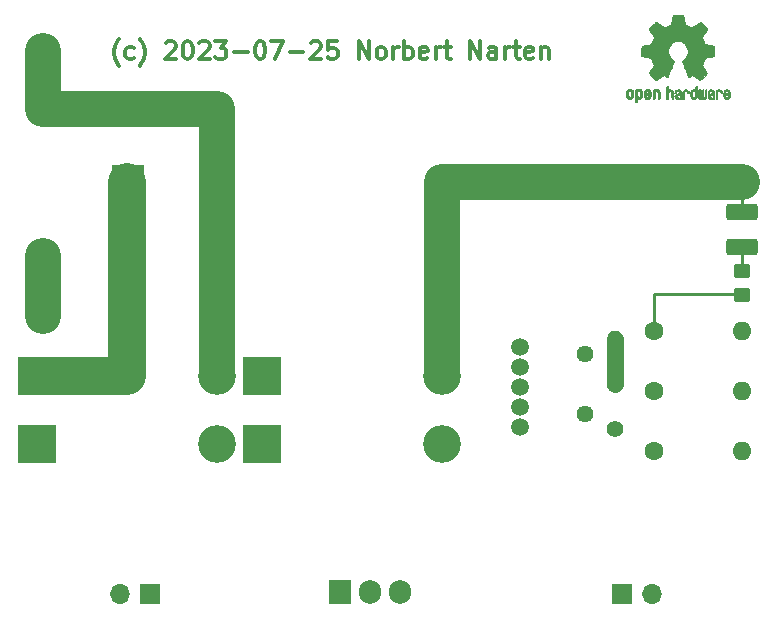
<source format=gbr>
%TF.GenerationSoftware,KiCad,Pcbnew,7.0.9*%
%TF.CreationDate,2025-04-20T12:55:00+02:00*%
%TF.ProjectId,C64-PSU-PCB-replacement-for-902503-06,4336342d-5053-4552-9d50-43422d726570,D*%
%TF.SameCoordinates,Original*%
%TF.FileFunction,Copper,L1,Top*%
%TF.FilePolarity,Positive*%
%FSLAX46Y46*%
G04 Gerber Fmt 4.6, Leading zero omitted, Abs format (unit mm)*
G04 Created by KiCad (PCBNEW 7.0.9) date 2025-04-20 12:55:00*
%MOMM*%
%LPD*%
G01*
G04 APERTURE LIST*
G04 Aperture macros list*
%AMRoundRect*
0 Rectangle with rounded corners*
0 $1 Rounding radius*
0 $2 $3 $4 $5 $6 $7 $8 $9 X,Y pos of 4 corners*
0 Add a 4 corners polygon primitive as box body*
4,1,4,$2,$3,$4,$5,$6,$7,$8,$9,$2,$3,0*
0 Add four circle primitives for the rounded corners*
1,1,$1+$1,$2,$3*
1,1,$1+$1,$4,$5*
1,1,$1+$1,$6,$7*
1,1,$1+$1,$8,$9*
0 Add four rect primitives between the rounded corners*
20,1,$1+$1,$2,$3,$4,$5,0*
20,1,$1+$1,$4,$5,$6,$7,0*
20,1,$1+$1,$6,$7,$8,$9,0*
20,1,$1+$1,$8,$9,$2,$3,0*%
G04 Aperture macros list end*
%ADD10C,0.300000*%
%TA.AperFunction,NonConductor*%
%ADD11C,0.300000*%
%TD*%
%TA.AperFunction,EtchedComponent*%
%ADD12C,0.010000*%
%TD*%
%TA.AperFunction,ComponentPad*%
%ADD13R,2.800000X2.800000*%
%TD*%
%TA.AperFunction,ComponentPad*%
%ADD14O,2.800000X2.800000*%
%TD*%
%TA.AperFunction,ComponentPad*%
%ADD15C,1.600000*%
%TD*%
%TA.AperFunction,ComponentPad*%
%ADD16O,1.600000X1.600000*%
%TD*%
%TA.AperFunction,ComponentPad*%
%ADD17R,3.200000X3.200000*%
%TD*%
%TA.AperFunction,ComponentPad*%
%ADD18O,3.200001X3.200001*%
%TD*%
%TA.AperFunction,ComponentPad*%
%ADD19R,3.200001X3.200001*%
%TD*%
%TA.AperFunction,ComponentPad*%
%ADD20O,3.200000X3.200000*%
%TD*%
%TA.AperFunction,ComponentPad*%
%ADD21R,1.700000X1.700000*%
%TD*%
%TA.AperFunction,ComponentPad*%
%ADD22O,1.700000X1.700000*%
%TD*%
%TA.AperFunction,ComponentPad*%
%ADD23C,1.500000*%
%TD*%
%TA.AperFunction,ComponentPad*%
%ADD24C,1.400000*%
%TD*%
%TA.AperFunction,ComponentPad*%
%ADD25O,1.400000X1.400000*%
%TD*%
%TA.AperFunction,ComponentPad*%
%ADD26C,1.440000*%
%TD*%
%TA.AperFunction,ComponentPad*%
%ADD27C,3.000000*%
%TD*%
%TA.AperFunction,ComponentPad*%
%ADD28R,1.905000X2.000000*%
%TD*%
%TA.AperFunction,ComponentPad*%
%ADD29O,1.905000X2.000000*%
%TD*%
%TA.AperFunction,SMDPad,CuDef*%
%ADD30RoundRect,0.250000X-1.075000X0.462500X-1.075000X-0.462500X1.075000X-0.462500X1.075000X0.462500X0*%
%TD*%
%TA.AperFunction,SMDPad,CuDef*%
%ADD31RoundRect,0.249999X0.450001X-0.350001X0.450001X0.350001X-0.450001X0.350001X-0.450001X-0.350001X0*%
%TD*%
%TA.AperFunction,Conductor*%
%ADD32C,0.250000*%
%TD*%
%TA.AperFunction,Conductor*%
%ADD33C,3.048000*%
%TD*%
%TA.AperFunction,Conductor*%
%ADD34C,1.397000*%
%TD*%
%TA.AperFunction,Conductor*%
%ADD35C,3.175000*%
%TD*%
G04 APERTURE END LIST*
D10*
D11*
X39947716Y-30205757D02*
X39876287Y-30134328D01*
X39876287Y-30134328D02*
X39733430Y-29920042D01*
X39733430Y-29920042D02*
X39662002Y-29777185D01*
X39662002Y-29777185D02*
X39590573Y-29562900D01*
X39590573Y-29562900D02*
X39519144Y-29205757D01*
X39519144Y-29205757D02*
X39519144Y-28920042D01*
X39519144Y-28920042D02*
X39590573Y-28562900D01*
X39590573Y-28562900D02*
X39662002Y-28348614D01*
X39662002Y-28348614D02*
X39733430Y-28205757D01*
X39733430Y-28205757D02*
X39876287Y-27991471D01*
X39876287Y-27991471D02*
X39947716Y-27920042D01*
X41162002Y-29562900D02*
X41019144Y-29634328D01*
X41019144Y-29634328D02*
X40733430Y-29634328D01*
X40733430Y-29634328D02*
X40590573Y-29562900D01*
X40590573Y-29562900D02*
X40519144Y-29491471D01*
X40519144Y-29491471D02*
X40447716Y-29348614D01*
X40447716Y-29348614D02*
X40447716Y-28920042D01*
X40447716Y-28920042D02*
X40519144Y-28777185D01*
X40519144Y-28777185D02*
X40590573Y-28705757D01*
X40590573Y-28705757D02*
X40733430Y-28634328D01*
X40733430Y-28634328D02*
X41019144Y-28634328D01*
X41019144Y-28634328D02*
X41162002Y-28705757D01*
X41662001Y-30205757D02*
X41733430Y-30134328D01*
X41733430Y-30134328D02*
X41876287Y-29920042D01*
X41876287Y-29920042D02*
X41947716Y-29777185D01*
X41947716Y-29777185D02*
X42019144Y-29562900D01*
X42019144Y-29562900D02*
X42090573Y-29205757D01*
X42090573Y-29205757D02*
X42090573Y-28920042D01*
X42090573Y-28920042D02*
X42019144Y-28562900D01*
X42019144Y-28562900D02*
X41947716Y-28348614D01*
X41947716Y-28348614D02*
X41876287Y-28205757D01*
X41876287Y-28205757D02*
X41733430Y-27991471D01*
X41733430Y-27991471D02*
X41662001Y-27920042D01*
X43876287Y-28277185D02*
X43947715Y-28205757D01*
X43947715Y-28205757D02*
X44090573Y-28134328D01*
X44090573Y-28134328D02*
X44447715Y-28134328D01*
X44447715Y-28134328D02*
X44590573Y-28205757D01*
X44590573Y-28205757D02*
X44662001Y-28277185D01*
X44662001Y-28277185D02*
X44733430Y-28420042D01*
X44733430Y-28420042D02*
X44733430Y-28562900D01*
X44733430Y-28562900D02*
X44662001Y-28777185D01*
X44662001Y-28777185D02*
X43804858Y-29634328D01*
X43804858Y-29634328D02*
X44733430Y-29634328D01*
X45662001Y-28134328D02*
X45804858Y-28134328D01*
X45804858Y-28134328D02*
X45947715Y-28205757D01*
X45947715Y-28205757D02*
X46019144Y-28277185D01*
X46019144Y-28277185D02*
X46090572Y-28420042D01*
X46090572Y-28420042D02*
X46162001Y-28705757D01*
X46162001Y-28705757D02*
X46162001Y-29062900D01*
X46162001Y-29062900D02*
X46090572Y-29348614D01*
X46090572Y-29348614D02*
X46019144Y-29491471D01*
X46019144Y-29491471D02*
X45947715Y-29562900D01*
X45947715Y-29562900D02*
X45804858Y-29634328D01*
X45804858Y-29634328D02*
X45662001Y-29634328D01*
X45662001Y-29634328D02*
X45519144Y-29562900D01*
X45519144Y-29562900D02*
X45447715Y-29491471D01*
X45447715Y-29491471D02*
X45376286Y-29348614D01*
X45376286Y-29348614D02*
X45304858Y-29062900D01*
X45304858Y-29062900D02*
X45304858Y-28705757D01*
X45304858Y-28705757D02*
X45376286Y-28420042D01*
X45376286Y-28420042D02*
X45447715Y-28277185D01*
X45447715Y-28277185D02*
X45519144Y-28205757D01*
X45519144Y-28205757D02*
X45662001Y-28134328D01*
X46733429Y-28277185D02*
X46804857Y-28205757D01*
X46804857Y-28205757D02*
X46947715Y-28134328D01*
X46947715Y-28134328D02*
X47304857Y-28134328D01*
X47304857Y-28134328D02*
X47447715Y-28205757D01*
X47447715Y-28205757D02*
X47519143Y-28277185D01*
X47519143Y-28277185D02*
X47590572Y-28420042D01*
X47590572Y-28420042D02*
X47590572Y-28562900D01*
X47590572Y-28562900D02*
X47519143Y-28777185D01*
X47519143Y-28777185D02*
X46662000Y-29634328D01*
X46662000Y-29634328D02*
X47590572Y-29634328D01*
X48090571Y-28134328D02*
X49019143Y-28134328D01*
X49019143Y-28134328D02*
X48519143Y-28705757D01*
X48519143Y-28705757D02*
X48733428Y-28705757D01*
X48733428Y-28705757D02*
X48876286Y-28777185D01*
X48876286Y-28777185D02*
X48947714Y-28848614D01*
X48947714Y-28848614D02*
X49019143Y-28991471D01*
X49019143Y-28991471D02*
X49019143Y-29348614D01*
X49019143Y-29348614D02*
X48947714Y-29491471D01*
X48947714Y-29491471D02*
X48876286Y-29562900D01*
X48876286Y-29562900D02*
X48733428Y-29634328D01*
X48733428Y-29634328D02*
X48304857Y-29634328D01*
X48304857Y-29634328D02*
X48162000Y-29562900D01*
X48162000Y-29562900D02*
X48090571Y-29491471D01*
X49661999Y-29062900D02*
X50804857Y-29062900D01*
X51804857Y-28134328D02*
X51947714Y-28134328D01*
X51947714Y-28134328D02*
X52090571Y-28205757D01*
X52090571Y-28205757D02*
X52162000Y-28277185D01*
X52162000Y-28277185D02*
X52233428Y-28420042D01*
X52233428Y-28420042D02*
X52304857Y-28705757D01*
X52304857Y-28705757D02*
X52304857Y-29062900D01*
X52304857Y-29062900D02*
X52233428Y-29348614D01*
X52233428Y-29348614D02*
X52162000Y-29491471D01*
X52162000Y-29491471D02*
X52090571Y-29562900D01*
X52090571Y-29562900D02*
X51947714Y-29634328D01*
X51947714Y-29634328D02*
X51804857Y-29634328D01*
X51804857Y-29634328D02*
X51662000Y-29562900D01*
X51662000Y-29562900D02*
X51590571Y-29491471D01*
X51590571Y-29491471D02*
X51519142Y-29348614D01*
X51519142Y-29348614D02*
X51447714Y-29062900D01*
X51447714Y-29062900D02*
X51447714Y-28705757D01*
X51447714Y-28705757D02*
X51519142Y-28420042D01*
X51519142Y-28420042D02*
X51590571Y-28277185D01*
X51590571Y-28277185D02*
X51662000Y-28205757D01*
X51662000Y-28205757D02*
X51804857Y-28134328D01*
X52804856Y-28134328D02*
X53804856Y-28134328D01*
X53804856Y-28134328D02*
X53161999Y-29634328D01*
X54376284Y-29062900D02*
X55519142Y-29062900D01*
X56161999Y-28277185D02*
X56233427Y-28205757D01*
X56233427Y-28205757D02*
X56376285Y-28134328D01*
X56376285Y-28134328D02*
X56733427Y-28134328D01*
X56733427Y-28134328D02*
X56876285Y-28205757D01*
X56876285Y-28205757D02*
X56947713Y-28277185D01*
X56947713Y-28277185D02*
X57019142Y-28420042D01*
X57019142Y-28420042D02*
X57019142Y-28562900D01*
X57019142Y-28562900D02*
X56947713Y-28777185D01*
X56947713Y-28777185D02*
X56090570Y-29634328D01*
X56090570Y-29634328D02*
X57019142Y-29634328D01*
X58376284Y-28134328D02*
X57661998Y-28134328D01*
X57661998Y-28134328D02*
X57590570Y-28848614D01*
X57590570Y-28848614D02*
X57661998Y-28777185D01*
X57661998Y-28777185D02*
X57804856Y-28705757D01*
X57804856Y-28705757D02*
X58161998Y-28705757D01*
X58161998Y-28705757D02*
X58304856Y-28777185D01*
X58304856Y-28777185D02*
X58376284Y-28848614D01*
X58376284Y-28848614D02*
X58447713Y-28991471D01*
X58447713Y-28991471D02*
X58447713Y-29348614D01*
X58447713Y-29348614D02*
X58376284Y-29491471D01*
X58376284Y-29491471D02*
X58304856Y-29562900D01*
X58304856Y-29562900D02*
X58161998Y-29634328D01*
X58161998Y-29634328D02*
X57804856Y-29634328D01*
X57804856Y-29634328D02*
X57661998Y-29562900D01*
X57661998Y-29562900D02*
X57590570Y-29491471D01*
X60233426Y-29634328D02*
X60233426Y-28134328D01*
X60233426Y-28134328D02*
X61090569Y-29634328D01*
X61090569Y-29634328D02*
X61090569Y-28134328D01*
X62019141Y-29634328D02*
X61876284Y-29562900D01*
X61876284Y-29562900D02*
X61804855Y-29491471D01*
X61804855Y-29491471D02*
X61733427Y-29348614D01*
X61733427Y-29348614D02*
X61733427Y-28920042D01*
X61733427Y-28920042D02*
X61804855Y-28777185D01*
X61804855Y-28777185D02*
X61876284Y-28705757D01*
X61876284Y-28705757D02*
X62019141Y-28634328D01*
X62019141Y-28634328D02*
X62233427Y-28634328D01*
X62233427Y-28634328D02*
X62376284Y-28705757D01*
X62376284Y-28705757D02*
X62447713Y-28777185D01*
X62447713Y-28777185D02*
X62519141Y-28920042D01*
X62519141Y-28920042D02*
X62519141Y-29348614D01*
X62519141Y-29348614D02*
X62447713Y-29491471D01*
X62447713Y-29491471D02*
X62376284Y-29562900D01*
X62376284Y-29562900D02*
X62233427Y-29634328D01*
X62233427Y-29634328D02*
X62019141Y-29634328D01*
X63161998Y-29634328D02*
X63161998Y-28634328D01*
X63161998Y-28920042D02*
X63233427Y-28777185D01*
X63233427Y-28777185D02*
X63304856Y-28705757D01*
X63304856Y-28705757D02*
X63447713Y-28634328D01*
X63447713Y-28634328D02*
X63590570Y-28634328D01*
X64090569Y-29634328D02*
X64090569Y-28134328D01*
X64090569Y-28705757D02*
X64233427Y-28634328D01*
X64233427Y-28634328D02*
X64519141Y-28634328D01*
X64519141Y-28634328D02*
X64661998Y-28705757D01*
X64661998Y-28705757D02*
X64733427Y-28777185D01*
X64733427Y-28777185D02*
X64804855Y-28920042D01*
X64804855Y-28920042D02*
X64804855Y-29348614D01*
X64804855Y-29348614D02*
X64733427Y-29491471D01*
X64733427Y-29491471D02*
X64661998Y-29562900D01*
X64661998Y-29562900D02*
X64519141Y-29634328D01*
X64519141Y-29634328D02*
X64233427Y-29634328D01*
X64233427Y-29634328D02*
X64090569Y-29562900D01*
X66019141Y-29562900D02*
X65876284Y-29634328D01*
X65876284Y-29634328D02*
X65590570Y-29634328D01*
X65590570Y-29634328D02*
X65447712Y-29562900D01*
X65447712Y-29562900D02*
X65376284Y-29420042D01*
X65376284Y-29420042D02*
X65376284Y-28848614D01*
X65376284Y-28848614D02*
X65447712Y-28705757D01*
X65447712Y-28705757D02*
X65590570Y-28634328D01*
X65590570Y-28634328D02*
X65876284Y-28634328D01*
X65876284Y-28634328D02*
X66019141Y-28705757D01*
X66019141Y-28705757D02*
X66090570Y-28848614D01*
X66090570Y-28848614D02*
X66090570Y-28991471D01*
X66090570Y-28991471D02*
X65376284Y-29134328D01*
X66733426Y-29634328D02*
X66733426Y-28634328D01*
X66733426Y-28920042D02*
X66804855Y-28777185D01*
X66804855Y-28777185D02*
X66876284Y-28705757D01*
X66876284Y-28705757D02*
X67019141Y-28634328D01*
X67019141Y-28634328D02*
X67161998Y-28634328D01*
X67447712Y-28634328D02*
X68019140Y-28634328D01*
X67661997Y-28134328D02*
X67661997Y-29420042D01*
X67661997Y-29420042D02*
X67733426Y-29562900D01*
X67733426Y-29562900D02*
X67876283Y-29634328D01*
X67876283Y-29634328D02*
X68019140Y-29634328D01*
X69661997Y-29634328D02*
X69661997Y-28134328D01*
X69661997Y-28134328D02*
X70519140Y-29634328D01*
X70519140Y-29634328D02*
X70519140Y-28134328D01*
X71876284Y-29634328D02*
X71876284Y-28848614D01*
X71876284Y-28848614D02*
X71804855Y-28705757D01*
X71804855Y-28705757D02*
X71661998Y-28634328D01*
X71661998Y-28634328D02*
X71376284Y-28634328D01*
X71376284Y-28634328D02*
X71233426Y-28705757D01*
X71876284Y-29562900D02*
X71733426Y-29634328D01*
X71733426Y-29634328D02*
X71376284Y-29634328D01*
X71376284Y-29634328D02*
X71233426Y-29562900D01*
X71233426Y-29562900D02*
X71161998Y-29420042D01*
X71161998Y-29420042D02*
X71161998Y-29277185D01*
X71161998Y-29277185D02*
X71233426Y-29134328D01*
X71233426Y-29134328D02*
X71376284Y-29062900D01*
X71376284Y-29062900D02*
X71733426Y-29062900D01*
X71733426Y-29062900D02*
X71876284Y-28991471D01*
X72590569Y-29634328D02*
X72590569Y-28634328D01*
X72590569Y-28920042D02*
X72661998Y-28777185D01*
X72661998Y-28777185D02*
X72733427Y-28705757D01*
X72733427Y-28705757D02*
X72876284Y-28634328D01*
X72876284Y-28634328D02*
X73019141Y-28634328D01*
X73304855Y-28634328D02*
X73876283Y-28634328D01*
X73519140Y-28134328D02*
X73519140Y-29420042D01*
X73519140Y-29420042D02*
X73590569Y-29562900D01*
X73590569Y-29562900D02*
X73733426Y-29634328D01*
X73733426Y-29634328D02*
X73876283Y-29634328D01*
X74947712Y-29562900D02*
X74804855Y-29634328D01*
X74804855Y-29634328D02*
X74519141Y-29634328D01*
X74519141Y-29634328D02*
X74376283Y-29562900D01*
X74376283Y-29562900D02*
X74304855Y-29420042D01*
X74304855Y-29420042D02*
X74304855Y-28848614D01*
X74304855Y-28848614D02*
X74376283Y-28705757D01*
X74376283Y-28705757D02*
X74519141Y-28634328D01*
X74519141Y-28634328D02*
X74804855Y-28634328D01*
X74804855Y-28634328D02*
X74947712Y-28705757D01*
X74947712Y-28705757D02*
X75019141Y-28848614D01*
X75019141Y-28848614D02*
X75019141Y-28991471D01*
X75019141Y-28991471D02*
X74304855Y-29134328D01*
X75661997Y-28634328D02*
X75661997Y-29634328D01*
X75661997Y-28777185D02*
X75733426Y-28705757D01*
X75733426Y-28705757D02*
X75876283Y-28634328D01*
X75876283Y-28634328D02*
X76090569Y-28634328D01*
X76090569Y-28634328D02*
X76233426Y-28705757D01*
X76233426Y-28705757D02*
X76304855Y-28848614D01*
X76304855Y-28848614D02*
X76304855Y-29634328D01*
%TO.C,REF\u002A\u002A*%
D12*
X90819807Y-32227782D02*
X90843161Y-32237988D01*
X90898902Y-32282134D01*
X90946569Y-32345967D01*
X90976048Y-32414087D01*
X90980846Y-32447670D01*
X90964760Y-32494556D01*
X90929475Y-32519365D01*
X90891644Y-32534387D01*
X90874321Y-32537155D01*
X90865886Y-32517066D01*
X90849230Y-32473351D01*
X90841923Y-32453598D01*
X90800948Y-32385271D01*
X90741622Y-32351191D01*
X90665552Y-32352239D01*
X90659918Y-32353581D01*
X90619305Y-32372836D01*
X90589448Y-32410375D01*
X90569055Y-32470809D01*
X90556836Y-32558751D01*
X90551500Y-32678813D01*
X90551000Y-32742698D01*
X90550752Y-32843403D01*
X90549126Y-32912054D01*
X90544801Y-32955673D01*
X90536454Y-32981282D01*
X90522765Y-32995903D01*
X90502411Y-33006558D01*
X90501234Y-33007095D01*
X90462038Y-33023667D01*
X90442619Y-33029769D01*
X90439635Y-33011319D01*
X90437081Y-32960323D01*
X90435140Y-32883308D01*
X90433997Y-32786805D01*
X90433769Y-32716184D01*
X90434932Y-32579525D01*
X90439479Y-32475851D01*
X90448999Y-32399108D01*
X90465081Y-32343246D01*
X90489313Y-32302212D01*
X90523286Y-32269954D01*
X90556833Y-32247440D01*
X90637499Y-32217476D01*
X90731381Y-32210718D01*
X90819807Y-32227782D01*
%TA.AperFunction,EtchedComponent*%
G36*
X90819807Y-32227782D02*
G01*
X90843161Y-32237988D01*
X90898902Y-32282134D01*
X90946569Y-32345967D01*
X90976048Y-32414087D01*
X90980846Y-32447670D01*
X90964760Y-32494556D01*
X90929475Y-32519365D01*
X90891644Y-32534387D01*
X90874321Y-32537155D01*
X90865886Y-32517066D01*
X90849230Y-32473351D01*
X90841923Y-32453598D01*
X90800948Y-32385271D01*
X90741622Y-32351191D01*
X90665552Y-32352239D01*
X90659918Y-32353581D01*
X90619305Y-32372836D01*
X90589448Y-32410375D01*
X90569055Y-32470809D01*
X90556836Y-32558751D01*
X90551500Y-32678813D01*
X90551000Y-32742698D01*
X90550752Y-32843403D01*
X90549126Y-32912054D01*
X90544801Y-32955673D01*
X90536454Y-32981282D01*
X90522765Y-32995903D01*
X90502411Y-33006558D01*
X90501234Y-33007095D01*
X90462038Y-33023667D01*
X90442619Y-33029769D01*
X90439635Y-33011319D01*
X90437081Y-32960323D01*
X90435140Y-32883308D01*
X90433997Y-32786805D01*
X90433769Y-32716184D01*
X90434932Y-32579525D01*
X90439479Y-32475851D01*
X90448999Y-32399108D01*
X90465081Y-32343246D01*
X90489313Y-32302212D01*
X90523286Y-32269954D01*
X90556833Y-32247440D01*
X90637499Y-32217476D01*
X90731381Y-32210718D01*
X90819807Y-32227782D01*
G37*
%TD.AperFunction*%
X85520664Y-32186089D02*
X85583367Y-32222358D01*
X85626961Y-32258358D01*
X85658845Y-32296075D01*
X85680810Y-32342199D01*
X85694649Y-32403421D01*
X85702153Y-32486431D01*
X85705117Y-32597919D01*
X85705461Y-32678062D01*
X85705461Y-32973065D01*
X85539385Y-33047515D01*
X85529615Y-32724402D01*
X85525579Y-32603729D01*
X85521344Y-32516141D01*
X85516097Y-32455650D01*
X85509025Y-32416268D01*
X85499311Y-32392007D01*
X85486144Y-32376880D01*
X85481919Y-32373606D01*
X85417909Y-32348034D01*
X85353208Y-32358153D01*
X85314692Y-32385000D01*
X85299025Y-32404024D01*
X85288180Y-32428988D01*
X85281288Y-32466834D01*
X85277479Y-32524502D01*
X85275883Y-32608935D01*
X85275615Y-32696928D01*
X85275563Y-32807323D01*
X85273672Y-32885463D01*
X85267345Y-32938165D01*
X85253983Y-32972242D01*
X85230985Y-32994511D01*
X85195754Y-33011787D01*
X85148697Y-33029738D01*
X85097303Y-33049278D01*
X85103421Y-32702485D01*
X85105884Y-32577468D01*
X85108767Y-32485082D01*
X85112898Y-32418881D01*
X85119107Y-32372420D01*
X85128226Y-32339256D01*
X85141083Y-32312944D01*
X85156584Y-32289729D01*
X85231371Y-32215569D01*
X85322628Y-32172684D01*
X85421883Y-32162412D01*
X85520664Y-32186089D01*
%TA.AperFunction,EtchedComponent*%
G36*
X85520664Y-32186089D02*
G01*
X85583367Y-32222358D01*
X85626961Y-32258358D01*
X85658845Y-32296075D01*
X85680810Y-32342199D01*
X85694649Y-32403421D01*
X85702153Y-32486431D01*
X85705117Y-32597919D01*
X85705461Y-32678062D01*
X85705461Y-32973065D01*
X85539385Y-33047515D01*
X85529615Y-32724402D01*
X85525579Y-32603729D01*
X85521344Y-32516141D01*
X85516097Y-32455650D01*
X85509025Y-32416268D01*
X85499311Y-32392007D01*
X85486144Y-32376880D01*
X85481919Y-32373606D01*
X85417909Y-32348034D01*
X85353208Y-32358153D01*
X85314692Y-32385000D01*
X85299025Y-32404024D01*
X85288180Y-32428988D01*
X85281288Y-32466834D01*
X85277479Y-32524502D01*
X85275883Y-32608935D01*
X85275615Y-32696928D01*
X85275563Y-32807323D01*
X85273672Y-32885463D01*
X85267345Y-32938165D01*
X85253983Y-32972242D01*
X85230985Y-32994511D01*
X85195754Y-33011787D01*
X85148697Y-33029738D01*
X85097303Y-33049278D01*
X85103421Y-32702485D01*
X85105884Y-32577468D01*
X85108767Y-32485082D01*
X85112898Y-32418881D01*
X85119107Y-32372420D01*
X85128226Y-32339256D01*
X85141083Y-32312944D01*
X85156584Y-32289729D01*
X85231371Y-32215569D01*
X85322628Y-32172684D01*
X85421883Y-32162412D01*
X85520664Y-32186089D01*
G37*
%TD.AperFunction*%
X87962362Y-32215670D02*
X88051117Y-32248421D01*
X88123022Y-32306350D01*
X88151144Y-32347128D01*
X88181802Y-32421954D01*
X88181165Y-32476058D01*
X88148987Y-32512446D01*
X88137081Y-32518633D01*
X88085675Y-32537925D01*
X88059422Y-32532982D01*
X88050530Y-32500587D01*
X88050077Y-32482692D01*
X88033797Y-32416859D01*
X87991365Y-32370807D01*
X87932388Y-32348564D01*
X87866475Y-32354161D01*
X87812895Y-32383229D01*
X87794798Y-32399810D01*
X87781971Y-32419925D01*
X87773306Y-32450332D01*
X87767696Y-32497788D01*
X87764035Y-32569050D01*
X87761215Y-32670875D01*
X87760484Y-32703115D01*
X87757820Y-32813410D01*
X87754792Y-32891036D01*
X87750250Y-32942396D01*
X87743046Y-32973890D01*
X87732033Y-32991920D01*
X87716060Y-33002888D01*
X87705834Y-33007733D01*
X87662406Y-33024301D01*
X87636842Y-33029769D01*
X87628395Y-33011507D01*
X87623239Y-32956296D01*
X87621346Y-32863499D01*
X87622689Y-32732478D01*
X87623107Y-32712269D01*
X87626058Y-32592733D01*
X87629548Y-32505449D01*
X87634514Y-32443591D01*
X87641893Y-32400336D01*
X87652624Y-32368860D01*
X87667645Y-32342339D01*
X87675502Y-32330975D01*
X87720553Y-32280692D01*
X87770940Y-32241581D01*
X87777108Y-32238167D01*
X87867458Y-32211212D01*
X87962362Y-32215670D01*
%TA.AperFunction,EtchedComponent*%
G36*
X87962362Y-32215670D02*
G01*
X88051117Y-32248421D01*
X88123022Y-32306350D01*
X88151144Y-32347128D01*
X88181802Y-32421954D01*
X88181165Y-32476058D01*
X88148987Y-32512446D01*
X88137081Y-32518633D01*
X88085675Y-32537925D01*
X88059422Y-32532982D01*
X88050530Y-32500587D01*
X88050077Y-32482692D01*
X88033797Y-32416859D01*
X87991365Y-32370807D01*
X87932388Y-32348564D01*
X87866475Y-32354161D01*
X87812895Y-32383229D01*
X87794798Y-32399810D01*
X87781971Y-32419925D01*
X87773306Y-32450332D01*
X87767696Y-32497788D01*
X87764035Y-32569050D01*
X87761215Y-32670875D01*
X87760484Y-32703115D01*
X87757820Y-32813410D01*
X87754792Y-32891036D01*
X87750250Y-32942396D01*
X87743046Y-32973890D01*
X87732033Y-32991920D01*
X87716060Y-33002888D01*
X87705834Y-33007733D01*
X87662406Y-33024301D01*
X87636842Y-33029769D01*
X87628395Y-33011507D01*
X87623239Y-32956296D01*
X87621346Y-32863499D01*
X87622689Y-32732478D01*
X87623107Y-32712269D01*
X87626058Y-32592733D01*
X87629548Y-32505449D01*
X87634514Y-32443591D01*
X87641893Y-32400336D01*
X87652624Y-32368860D01*
X87667645Y-32342339D01*
X87675502Y-32330975D01*
X87720553Y-32280692D01*
X87770940Y-32241581D01*
X87777108Y-32238167D01*
X87867458Y-32211212D01*
X87962362Y-32215670D01*
G37*
%TD.AperFunction*%
X86408846Y-32083120D02*
X86414572Y-32162980D01*
X86421149Y-32210039D01*
X86430262Y-32230566D01*
X86443598Y-32230829D01*
X86447923Y-32228378D01*
X86505444Y-32210636D01*
X86580268Y-32211672D01*
X86656339Y-32229910D01*
X86703918Y-32253505D01*
X86752702Y-32291198D01*
X86788364Y-32333855D01*
X86812845Y-32388057D01*
X86828087Y-32460384D01*
X86836030Y-32557419D01*
X86838616Y-32685742D01*
X86838662Y-32710358D01*
X86838692Y-32986870D01*
X86777161Y-33008320D01*
X86733459Y-33022912D01*
X86709482Y-33029706D01*
X86708777Y-33029769D01*
X86706415Y-33011345D01*
X86704406Y-32960526D01*
X86702901Y-32883993D01*
X86702053Y-32788430D01*
X86701923Y-32730329D01*
X86701651Y-32615771D01*
X86700252Y-32533667D01*
X86696849Y-32477393D01*
X86690567Y-32440326D01*
X86680529Y-32415844D01*
X86665861Y-32397325D01*
X86656702Y-32388406D01*
X86593789Y-32352466D01*
X86525136Y-32349775D01*
X86462848Y-32380170D01*
X86451329Y-32391144D01*
X86434433Y-32411779D01*
X86422714Y-32436256D01*
X86415233Y-32471647D01*
X86411054Y-32525026D01*
X86409237Y-32603466D01*
X86408846Y-32711617D01*
X86408846Y-32986870D01*
X86347315Y-33008320D01*
X86303613Y-33022912D01*
X86279636Y-33029706D01*
X86278930Y-33029769D01*
X86277126Y-33011069D01*
X86275500Y-32958322D01*
X86274117Y-32876557D01*
X86273042Y-32770805D01*
X86272340Y-32646094D01*
X86272077Y-32507455D01*
X86272077Y-31972806D01*
X86399077Y-31919236D01*
X86408846Y-32083120D01*
%TA.AperFunction,EtchedComponent*%
G36*
X86408846Y-32083120D02*
G01*
X86414572Y-32162980D01*
X86421149Y-32210039D01*
X86430262Y-32230566D01*
X86443598Y-32230829D01*
X86447923Y-32228378D01*
X86505444Y-32210636D01*
X86580268Y-32211672D01*
X86656339Y-32229910D01*
X86703918Y-32253505D01*
X86752702Y-32291198D01*
X86788364Y-32333855D01*
X86812845Y-32388057D01*
X86828087Y-32460384D01*
X86836030Y-32557419D01*
X86838616Y-32685742D01*
X86838662Y-32710358D01*
X86838692Y-32986870D01*
X86777161Y-33008320D01*
X86733459Y-33022912D01*
X86709482Y-33029706D01*
X86708777Y-33029769D01*
X86706415Y-33011345D01*
X86704406Y-32960526D01*
X86702901Y-32883993D01*
X86702053Y-32788430D01*
X86701923Y-32730329D01*
X86701651Y-32615771D01*
X86700252Y-32533667D01*
X86696849Y-32477393D01*
X86690567Y-32440326D01*
X86680529Y-32415844D01*
X86665861Y-32397325D01*
X86656702Y-32388406D01*
X86593789Y-32352466D01*
X86525136Y-32349775D01*
X86462848Y-32380170D01*
X86451329Y-32391144D01*
X86434433Y-32411779D01*
X86422714Y-32436256D01*
X86415233Y-32471647D01*
X86411054Y-32525026D01*
X86409237Y-32603466D01*
X86408846Y-32711617D01*
X86408846Y-32986870D01*
X86347315Y-33008320D01*
X86303613Y-33022912D01*
X86279636Y-33029706D01*
X86278930Y-33029769D01*
X86277126Y-33011069D01*
X86275500Y-32958322D01*
X86274117Y-32876557D01*
X86273042Y-32770805D01*
X86272340Y-32646094D01*
X86272077Y-32507455D01*
X86272077Y-31972806D01*
X86399077Y-31919236D01*
X86408846Y-32083120D01*
G37*
%TD.AperFunction*%
X89644929Y-32227662D02*
X89647911Y-32279068D01*
X89650247Y-32357192D01*
X89651749Y-32455857D01*
X89652231Y-32559343D01*
X89652231Y-32909533D01*
X89590401Y-32971363D01*
X89547793Y-33009462D01*
X89510390Y-33024895D01*
X89459270Y-33023918D01*
X89438978Y-33021433D01*
X89375554Y-33014200D01*
X89323095Y-33010055D01*
X89310308Y-33009672D01*
X89267199Y-33012176D01*
X89205544Y-33018462D01*
X89181638Y-33021433D01*
X89122922Y-33026028D01*
X89083464Y-33016046D01*
X89044338Y-32985228D01*
X89030215Y-32971363D01*
X88968385Y-32909533D01*
X88968385Y-32254503D01*
X89018150Y-32231829D01*
X89061002Y-32215034D01*
X89086073Y-32209154D01*
X89092501Y-32227736D01*
X89098509Y-32279655D01*
X89103697Y-32359172D01*
X89107664Y-32460546D01*
X89109577Y-32546192D01*
X89114923Y-32883231D01*
X89161560Y-32889825D01*
X89203976Y-32885214D01*
X89224760Y-32870287D01*
X89230570Y-32842377D01*
X89235530Y-32782925D01*
X89239246Y-32699466D01*
X89241324Y-32599532D01*
X89241624Y-32548104D01*
X89241923Y-32252054D01*
X89303454Y-32230604D01*
X89347004Y-32216020D01*
X89370694Y-32209219D01*
X89371377Y-32209154D01*
X89373754Y-32227642D01*
X89376366Y-32278906D01*
X89378995Y-32356649D01*
X89381421Y-32454574D01*
X89383115Y-32546192D01*
X89388461Y-32883231D01*
X89505692Y-32883231D01*
X89511072Y-32575746D01*
X89516451Y-32268261D01*
X89573601Y-32238707D01*
X89615797Y-32218413D01*
X89640770Y-32209204D01*
X89641491Y-32209154D01*
X89644929Y-32227662D01*
%TA.AperFunction,EtchedComponent*%
G36*
X89644929Y-32227662D02*
G01*
X89647911Y-32279068D01*
X89650247Y-32357192D01*
X89651749Y-32455857D01*
X89652231Y-32559343D01*
X89652231Y-32909533D01*
X89590401Y-32971363D01*
X89547793Y-33009462D01*
X89510390Y-33024895D01*
X89459270Y-33023918D01*
X89438978Y-33021433D01*
X89375554Y-33014200D01*
X89323095Y-33010055D01*
X89310308Y-33009672D01*
X89267199Y-33012176D01*
X89205544Y-33018462D01*
X89181638Y-33021433D01*
X89122922Y-33026028D01*
X89083464Y-33016046D01*
X89044338Y-32985228D01*
X89030215Y-32971363D01*
X88968385Y-32909533D01*
X88968385Y-32254503D01*
X89018150Y-32231829D01*
X89061002Y-32215034D01*
X89086073Y-32209154D01*
X89092501Y-32227736D01*
X89098509Y-32279655D01*
X89103697Y-32359172D01*
X89107664Y-32460546D01*
X89109577Y-32546192D01*
X89114923Y-32883231D01*
X89161560Y-32889825D01*
X89203976Y-32885214D01*
X89224760Y-32870287D01*
X89230570Y-32842377D01*
X89235530Y-32782925D01*
X89239246Y-32699466D01*
X89241324Y-32599532D01*
X89241624Y-32548104D01*
X89241923Y-32252054D01*
X89303454Y-32230604D01*
X89347004Y-32216020D01*
X89370694Y-32209219D01*
X89371377Y-32209154D01*
X89373754Y-32227642D01*
X89376366Y-32278906D01*
X89378995Y-32356649D01*
X89381421Y-32454574D01*
X89383115Y-32546192D01*
X89388461Y-32883231D01*
X89505692Y-32883231D01*
X89511072Y-32575746D01*
X89516451Y-32268261D01*
X89573601Y-32238707D01*
X89615797Y-32218413D01*
X89640770Y-32209204D01*
X89641491Y-32209154D01*
X89644929Y-32227662D01*
G37*
%TD.AperFunction*%
X83265886Y-32178256D02*
X83357464Y-32226409D01*
X83425049Y-32303905D01*
X83449057Y-32353727D01*
X83467738Y-32428533D01*
X83477301Y-32523052D01*
X83478208Y-32626210D01*
X83470921Y-32726935D01*
X83455903Y-32814153D01*
X83433615Y-32876791D01*
X83426765Y-32887579D01*
X83345632Y-32968105D01*
X83249266Y-33016336D01*
X83144701Y-33030450D01*
X83038968Y-33008629D01*
X83009543Y-32995547D01*
X82952241Y-32955231D01*
X82901950Y-32901775D01*
X82897197Y-32894995D01*
X82877878Y-32862321D01*
X82865108Y-32827394D01*
X82857564Y-32781414D01*
X82853924Y-32715584D01*
X82852865Y-32621105D01*
X82852846Y-32599923D01*
X82852894Y-32593182D01*
X83048231Y-32593182D01*
X83049368Y-32682349D01*
X83053841Y-32741520D01*
X83063246Y-32779741D01*
X83079176Y-32806053D01*
X83087308Y-32814846D01*
X83134058Y-32848261D01*
X83179447Y-32846737D01*
X83225340Y-32817752D01*
X83252712Y-32786809D01*
X83268923Y-32741643D01*
X83278026Y-32670420D01*
X83278651Y-32662114D01*
X83280204Y-32533037D01*
X83263965Y-32437172D01*
X83230152Y-32375107D01*
X83178984Y-32347432D01*
X83160720Y-32345923D01*
X83112760Y-32353513D01*
X83079953Y-32379808D01*
X83059895Y-32430095D01*
X83050178Y-32509664D01*
X83048231Y-32593182D01*
X82852894Y-32593182D01*
X82853574Y-32499249D01*
X82856629Y-32428906D01*
X82863322Y-32380163D01*
X82874960Y-32344288D01*
X82892853Y-32312548D01*
X82896808Y-32306648D01*
X82963267Y-32227104D01*
X83035685Y-32180929D01*
X83123849Y-32162599D01*
X83153787Y-32161703D01*
X83265886Y-32178256D01*
%TA.AperFunction,EtchedComponent*%
G36*
X83265886Y-32178256D02*
G01*
X83357464Y-32226409D01*
X83425049Y-32303905D01*
X83449057Y-32353727D01*
X83467738Y-32428533D01*
X83477301Y-32523052D01*
X83478208Y-32626210D01*
X83470921Y-32726935D01*
X83455903Y-32814153D01*
X83433615Y-32876791D01*
X83426765Y-32887579D01*
X83345632Y-32968105D01*
X83249266Y-33016336D01*
X83144701Y-33030450D01*
X83038968Y-33008629D01*
X83009543Y-32995547D01*
X82952241Y-32955231D01*
X82901950Y-32901775D01*
X82897197Y-32894995D01*
X82877878Y-32862321D01*
X82865108Y-32827394D01*
X82857564Y-32781414D01*
X82853924Y-32715584D01*
X82852865Y-32621105D01*
X82852846Y-32599923D01*
X82852894Y-32593182D01*
X83048231Y-32593182D01*
X83049368Y-32682349D01*
X83053841Y-32741520D01*
X83063246Y-32779741D01*
X83079176Y-32806053D01*
X83087308Y-32814846D01*
X83134058Y-32848261D01*
X83179447Y-32846737D01*
X83225340Y-32817752D01*
X83252712Y-32786809D01*
X83268923Y-32741643D01*
X83278026Y-32670420D01*
X83278651Y-32662114D01*
X83280204Y-32533037D01*
X83263965Y-32437172D01*
X83230152Y-32375107D01*
X83178984Y-32347432D01*
X83160720Y-32345923D01*
X83112760Y-32353513D01*
X83079953Y-32379808D01*
X83059895Y-32430095D01*
X83050178Y-32509664D01*
X83048231Y-32593182D01*
X82852894Y-32593182D01*
X82853574Y-32499249D01*
X82856629Y-32428906D01*
X82863322Y-32380163D01*
X82874960Y-32344288D01*
X82892853Y-32312548D01*
X82896808Y-32306648D01*
X82963267Y-32227104D01*
X83035685Y-32180929D01*
X83123849Y-32162599D01*
X83153787Y-32161703D01*
X83265886Y-32178256D01*
G37*
%TD.AperFunction*%
X91494224Y-32238838D02*
X91571528Y-32289361D01*
X91608814Y-32334590D01*
X91638353Y-32416663D01*
X91640699Y-32481607D01*
X91635385Y-32568445D01*
X91435115Y-32656103D01*
X91337739Y-32700887D01*
X91274113Y-32736913D01*
X91241029Y-32768117D01*
X91235280Y-32798436D01*
X91253658Y-32831805D01*
X91273923Y-32853923D01*
X91332889Y-32889393D01*
X91397024Y-32891879D01*
X91455926Y-32864235D01*
X91499197Y-32809320D01*
X91506936Y-32789928D01*
X91544006Y-32729364D01*
X91586654Y-32703552D01*
X91645154Y-32681471D01*
X91645154Y-32765184D01*
X91639982Y-32822150D01*
X91619723Y-32870189D01*
X91577262Y-32925346D01*
X91570951Y-32932514D01*
X91523720Y-32981585D01*
X91483121Y-33007920D01*
X91432328Y-33020035D01*
X91390220Y-33024003D01*
X91314902Y-33024991D01*
X91261286Y-33012466D01*
X91227838Y-32993869D01*
X91175268Y-32952975D01*
X91138879Y-32908748D01*
X91115850Y-32853126D01*
X91103359Y-32778047D01*
X91098587Y-32675449D01*
X91098206Y-32623376D01*
X91099501Y-32560948D01*
X91217471Y-32560948D01*
X91218839Y-32594438D01*
X91222249Y-32599923D01*
X91244753Y-32592472D01*
X91293182Y-32572753D01*
X91357908Y-32544718D01*
X91371443Y-32538692D01*
X91453244Y-32497096D01*
X91498312Y-32460538D01*
X91508217Y-32426296D01*
X91484526Y-32391648D01*
X91464960Y-32376339D01*
X91394360Y-32345721D01*
X91328280Y-32350780D01*
X91272959Y-32388151D01*
X91234636Y-32454473D01*
X91222349Y-32507116D01*
X91217471Y-32560948D01*
X91099501Y-32560948D01*
X91100730Y-32501720D01*
X91110032Y-32411710D01*
X91128460Y-32346167D01*
X91158360Y-32297912D01*
X91202080Y-32259767D01*
X91221141Y-32247440D01*
X91307726Y-32215336D01*
X91402522Y-32213316D01*
X91494224Y-32238838D01*
%TA.AperFunction,EtchedComponent*%
G36*
X91494224Y-32238838D02*
G01*
X91571528Y-32289361D01*
X91608814Y-32334590D01*
X91638353Y-32416663D01*
X91640699Y-32481607D01*
X91635385Y-32568445D01*
X91435115Y-32656103D01*
X91337739Y-32700887D01*
X91274113Y-32736913D01*
X91241029Y-32768117D01*
X91235280Y-32798436D01*
X91253658Y-32831805D01*
X91273923Y-32853923D01*
X91332889Y-32889393D01*
X91397024Y-32891879D01*
X91455926Y-32864235D01*
X91499197Y-32809320D01*
X91506936Y-32789928D01*
X91544006Y-32729364D01*
X91586654Y-32703552D01*
X91645154Y-32681471D01*
X91645154Y-32765184D01*
X91639982Y-32822150D01*
X91619723Y-32870189D01*
X91577262Y-32925346D01*
X91570951Y-32932514D01*
X91523720Y-32981585D01*
X91483121Y-33007920D01*
X91432328Y-33020035D01*
X91390220Y-33024003D01*
X91314902Y-33024991D01*
X91261286Y-33012466D01*
X91227838Y-32993869D01*
X91175268Y-32952975D01*
X91138879Y-32908748D01*
X91115850Y-32853126D01*
X91103359Y-32778047D01*
X91098587Y-32675449D01*
X91098206Y-32623376D01*
X91099501Y-32560948D01*
X91217471Y-32560948D01*
X91218839Y-32594438D01*
X91222249Y-32599923D01*
X91244753Y-32592472D01*
X91293182Y-32572753D01*
X91357908Y-32544718D01*
X91371443Y-32538692D01*
X91453244Y-32497096D01*
X91498312Y-32460538D01*
X91508217Y-32426296D01*
X91484526Y-32391648D01*
X91464960Y-32376339D01*
X91394360Y-32345721D01*
X91328280Y-32350780D01*
X91272959Y-32388151D01*
X91234636Y-32454473D01*
X91222349Y-32507116D01*
X91217471Y-32560948D01*
X91099501Y-32560948D01*
X91100730Y-32501720D01*
X91110032Y-32411710D01*
X91128460Y-32346167D01*
X91158360Y-32297912D01*
X91202080Y-32259767D01*
X91221141Y-32247440D01*
X91307726Y-32215336D01*
X91402522Y-32213316D01*
X91494224Y-32238838D01*
G37*
%TD.AperFunction*%
X88851081Y-32371289D02*
X88850833Y-32517320D01*
X88849872Y-32629655D01*
X88847794Y-32713678D01*
X88844193Y-32774769D01*
X88838665Y-32818309D01*
X88830804Y-32849679D01*
X88820207Y-32874262D01*
X88812182Y-32888294D01*
X88745728Y-32964388D01*
X88661470Y-33012084D01*
X88568249Y-33029199D01*
X88474900Y-33013546D01*
X88419312Y-32985418D01*
X88360957Y-32936760D01*
X88321186Y-32877333D01*
X88297190Y-32799507D01*
X88286161Y-32695652D01*
X88284599Y-32619462D01*
X88284809Y-32613986D01*
X88421308Y-32613986D01*
X88422141Y-32701355D01*
X88425961Y-32759192D01*
X88434746Y-32797029D01*
X88450474Y-32824398D01*
X88469266Y-32845042D01*
X88532375Y-32884890D01*
X88600137Y-32888295D01*
X88664179Y-32855025D01*
X88669164Y-32850517D01*
X88690439Y-32827067D01*
X88703779Y-32799166D01*
X88711001Y-32757641D01*
X88713923Y-32693316D01*
X88714385Y-32622200D01*
X88713383Y-32532858D01*
X88709238Y-32473258D01*
X88700236Y-32434089D01*
X88684667Y-32406040D01*
X88671902Y-32391144D01*
X88612600Y-32353575D01*
X88544301Y-32349057D01*
X88479110Y-32377753D01*
X88466528Y-32388406D01*
X88445111Y-32412063D01*
X88431744Y-32440251D01*
X88424566Y-32482245D01*
X88421719Y-32547319D01*
X88421308Y-32613986D01*
X88284809Y-32613986D01*
X88289322Y-32496765D01*
X88305362Y-32404577D01*
X88335528Y-32335269D01*
X88382629Y-32281211D01*
X88419312Y-32253505D01*
X88485990Y-32223572D01*
X88563272Y-32209678D01*
X88635110Y-32213397D01*
X88675308Y-32228400D01*
X88691082Y-32232670D01*
X88701550Y-32216750D01*
X88708856Y-32174089D01*
X88714385Y-32109106D01*
X88720437Y-32036732D01*
X88728844Y-31993187D01*
X88744141Y-31968287D01*
X88770864Y-31951845D01*
X88787654Y-31944564D01*
X88851154Y-31917963D01*
X88851081Y-32371289D01*
%TA.AperFunction,EtchedComponent*%
G36*
X88851081Y-32371289D02*
G01*
X88850833Y-32517320D01*
X88849872Y-32629655D01*
X88847794Y-32713678D01*
X88844193Y-32774769D01*
X88838665Y-32818309D01*
X88830804Y-32849679D01*
X88820207Y-32874262D01*
X88812182Y-32888294D01*
X88745728Y-32964388D01*
X88661470Y-33012084D01*
X88568249Y-33029199D01*
X88474900Y-33013546D01*
X88419312Y-32985418D01*
X88360957Y-32936760D01*
X88321186Y-32877333D01*
X88297190Y-32799507D01*
X88286161Y-32695652D01*
X88284599Y-32619462D01*
X88284809Y-32613986D01*
X88421308Y-32613986D01*
X88422141Y-32701355D01*
X88425961Y-32759192D01*
X88434746Y-32797029D01*
X88450474Y-32824398D01*
X88469266Y-32845042D01*
X88532375Y-32884890D01*
X88600137Y-32888295D01*
X88664179Y-32855025D01*
X88669164Y-32850517D01*
X88690439Y-32827067D01*
X88703779Y-32799166D01*
X88711001Y-32757641D01*
X88713923Y-32693316D01*
X88714385Y-32622200D01*
X88713383Y-32532858D01*
X88709238Y-32473258D01*
X88700236Y-32434089D01*
X88684667Y-32406040D01*
X88671902Y-32391144D01*
X88612600Y-32353575D01*
X88544301Y-32349057D01*
X88479110Y-32377753D01*
X88466528Y-32388406D01*
X88445111Y-32412063D01*
X88431744Y-32440251D01*
X88424566Y-32482245D01*
X88421719Y-32547319D01*
X88421308Y-32613986D01*
X88284809Y-32613986D01*
X88289322Y-32496765D01*
X88305362Y-32404577D01*
X88335528Y-32335269D01*
X88382629Y-32281211D01*
X88419312Y-32253505D01*
X88485990Y-32223572D01*
X88563272Y-32209678D01*
X88635110Y-32213397D01*
X88675308Y-32228400D01*
X88691082Y-32232670D01*
X88701550Y-32216750D01*
X88708856Y-32174089D01*
X88714385Y-32109106D01*
X88720437Y-32036732D01*
X88728844Y-31993187D01*
X88744141Y-31968287D01*
X88770864Y-31951845D01*
X88787654Y-31944564D01*
X88851154Y-31917963D01*
X88851081Y-32371289D01*
G37*
%TD.AperFunction*%
X84783254Y-32190745D02*
X84860286Y-32242567D01*
X84919816Y-32317412D01*
X84955378Y-32412654D01*
X84962571Y-32482756D01*
X84961754Y-32512009D01*
X84954914Y-32534407D01*
X84936112Y-32554474D01*
X84899408Y-32576733D01*
X84838862Y-32605709D01*
X84748534Y-32645927D01*
X84748077Y-32646129D01*
X84664933Y-32684210D01*
X84596753Y-32718025D01*
X84550505Y-32743933D01*
X84533158Y-32758295D01*
X84533154Y-32758411D01*
X84548443Y-32789685D01*
X84584196Y-32824157D01*
X84625242Y-32848990D01*
X84646037Y-32853923D01*
X84702770Y-32836862D01*
X84751627Y-32794133D01*
X84775465Y-32747155D01*
X84798397Y-32712522D01*
X84843318Y-32673081D01*
X84896123Y-32639009D01*
X84942710Y-32620480D01*
X84952452Y-32619462D01*
X84963418Y-32636215D01*
X84964079Y-32679039D01*
X84956020Y-32736781D01*
X84940827Y-32798289D01*
X84920086Y-32852409D01*
X84919038Y-32854510D01*
X84856621Y-32941660D01*
X84775726Y-33000939D01*
X84683856Y-33030034D01*
X84588513Y-33026634D01*
X84497198Y-32988428D01*
X84493138Y-32985741D01*
X84421306Y-32920642D01*
X84374073Y-32835705D01*
X84347934Y-32724021D01*
X84344426Y-32692643D01*
X84338213Y-32544536D01*
X84345661Y-32475468D01*
X84533154Y-32475468D01*
X84535590Y-32518552D01*
X84548914Y-32531126D01*
X84582132Y-32521719D01*
X84634494Y-32499483D01*
X84693024Y-32471610D01*
X84694479Y-32470872D01*
X84744089Y-32444777D01*
X84764000Y-32427363D01*
X84759090Y-32409107D01*
X84738416Y-32385120D01*
X84685819Y-32350406D01*
X84629177Y-32347856D01*
X84578369Y-32373119D01*
X84543276Y-32421847D01*
X84533154Y-32475468D01*
X84345661Y-32475468D01*
X84350992Y-32426036D01*
X84383778Y-32332055D01*
X84429421Y-32266215D01*
X84511802Y-32199681D01*
X84602546Y-32166676D01*
X84695185Y-32164573D01*
X84783254Y-32190745D01*
%TA.AperFunction,EtchedComponent*%
G36*
X84783254Y-32190745D02*
G01*
X84860286Y-32242567D01*
X84919816Y-32317412D01*
X84955378Y-32412654D01*
X84962571Y-32482756D01*
X84961754Y-32512009D01*
X84954914Y-32534407D01*
X84936112Y-32554474D01*
X84899408Y-32576733D01*
X84838862Y-32605709D01*
X84748534Y-32645927D01*
X84748077Y-32646129D01*
X84664933Y-32684210D01*
X84596753Y-32718025D01*
X84550505Y-32743933D01*
X84533158Y-32758295D01*
X84533154Y-32758411D01*
X84548443Y-32789685D01*
X84584196Y-32824157D01*
X84625242Y-32848990D01*
X84646037Y-32853923D01*
X84702770Y-32836862D01*
X84751627Y-32794133D01*
X84775465Y-32747155D01*
X84798397Y-32712522D01*
X84843318Y-32673081D01*
X84896123Y-32639009D01*
X84942710Y-32620480D01*
X84952452Y-32619462D01*
X84963418Y-32636215D01*
X84964079Y-32679039D01*
X84956020Y-32736781D01*
X84940827Y-32798289D01*
X84920086Y-32852409D01*
X84919038Y-32854510D01*
X84856621Y-32941660D01*
X84775726Y-33000939D01*
X84683856Y-33030034D01*
X84588513Y-33026634D01*
X84497198Y-32988428D01*
X84493138Y-32985741D01*
X84421306Y-32920642D01*
X84374073Y-32835705D01*
X84347934Y-32724021D01*
X84344426Y-32692643D01*
X84338213Y-32544536D01*
X84345661Y-32475468D01*
X84533154Y-32475468D01*
X84535590Y-32518552D01*
X84548914Y-32531126D01*
X84582132Y-32521719D01*
X84634494Y-32499483D01*
X84693024Y-32471610D01*
X84694479Y-32470872D01*
X84744089Y-32444777D01*
X84764000Y-32427363D01*
X84759090Y-32409107D01*
X84738416Y-32385120D01*
X84685819Y-32350406D01*
X84629177Y-32347856D01*
X84578369Y-32373119D01*
X84543276Y-32421847D01*
X84533154Y-32475468D01*
X84345661Y-32475468D01*
X84350992Y-32426036D01*
X84383778Y-32332055D01*
X84429421Y-32266215D01*
X84511802Y-32199681D01*
X84602546Y-32166676D01*
X84695185Y-32164573D01*
X84783254Y-32190745D01*
G37*
%TD.AperFunction*%
X87302501Y-32217303D02*
X87379060Y-32245733D01*
X87379936Y-32246279D01*
X87427285Y-32281127D01*
X87462241Y-32321852D01*
X87486825Y-32374925D01*
X87503062Y-32446814D01*
X87512975Y-32543992D01*
X87518586Y-32672928D01*
X87519077Y-32691298D01*
X87526141Y-32968287D01*
X87466695Y-32999028D01*
X87423681Y-33019802D01*
X87397710Y-33029646D01*
X87396509Y-33029769D01*
X87392014Y-33011606D01*
X87388444Y-32962612D01*
X87386248Y-32891031D01*
X87385769Y-32833068D01*
X87385758Y-32739170D01*
X87381466Y-32680203D01*
X87366503Y-32652079D01*
X87334482Y-32650706D01*
X87279014Y-32671998D01*
X87195269Y-32711136D01*
X87133689Y-32743643D01*
X87102017Y-32771845D01*
X87092706Y-32802582D01*
X87092692Y-32804104D01*
X87108057Y-32857054D01*
X87153547Y-32885660D01*
X87223166Y-32889803D01*
X87273313Y-32889084D01*
X87299754Y-32903527D01*
X87316243Y-32938218D01*
X87325733Y-32982416D01*
X87312057Y-33007493D01*
X87306907Y-33011082D01*
X87258425Y-33025496D01*
X87190531Y-33027537D01*
X87120612Y-33017983D01*
X87071068Y-33000522D01*
X87002570Y-32942364D01*
X86963634Y-32861408D01*
X86955923Y-32798160D01*
X86961807Y-32741111D01*
X86983101Y-32694542D01*
X87025265Y-32653181D01*
X87093759Y-32611755D01*
X87194044Y-32564993D01*
X87200154Y-32562350D01*
X87290490Y-32520617D01*
X87346235Y-32486391D01*
X87370129Y-32455635D01*
X87364913Y-32424311D01*
X87333328Y-32388383D01*
X87323883Y-32380116D01*
X87260617Y-32348058D01*
X87195064Y-32349407D01*
X87137972Y-32380838D01*
X87100093Y-32439024D01*
X87096574Y-32450446D01*
X87062300Y-32505837D01*
X87018809Y-32532518D01*
X86955923Y-32558960D01*
X86955923Y-32490548D01*
X86975052Y-32391110D01*
X87031831Y-32299902D01*
X87061378Y-32269389D01*
X87128542Y-32230228D01*
X87213956Y-32212500D01*
X87302501Y-32217303D01*
%TA.AperFunction,EtchedComponent*%
G36*
X87302501Y-32217303D02*
G01*
X87379060Y-32245733D01*
X87379936Y-32246279D01*
X87427285Y-32281127D01*
X87462241Y-32321852D01*
X87486825Y-32374925D01*
X87503062Y-32446814D01*
X87512975Y-32543992D01*
X87518586Y-32672928D01*
X87519077Y-32691298D01*
X87526141Y-32968287D01*
X87466695Y-32999028D01*
X87423681Y-33019802D01*
X87397710Y-33029646D01*
X87396509Y-33029769D01*
X87392014Y-33011606D01*
X87388444Y-32962612D01*
X87386248Y-32891031D01*
X87385769Y-32833068D01*
X87385758Y-32739170D01*
X87381466Y-32680203D01*
X87366503Y-32652079D01*
X87334482Y-32650706D01*
X87279014Y-32671998D01*
X87195269Y-32711136D01*
X87133689Y-32743643D01*
X87102017Y-32771845D01*
X87092706Y-32802582D01*
X87092692Y-32804104D01*
X87108057Y-32857054D01*
X87153547Y-32885660D01*
X87223166Y-32889803D01*
X87273313Y-32889084D01*
X87299754Y-32903527D01*
X87316243Y-32938218D01*
X87325733Y-32982416D01*
X87312057Y-33007493D01*
X87306907Y-33011082D01*
X87258425Y-33025496D01*
X87190531Y-33027537D01*
X87120612Y-33017983D01*
X87071068Y-33000522D01*
X87002570Y-32942364D01*
X86963634Y-32861408D01*
X86955923Y-32798160D01*
X86961807Y-32741111D01*
X86983101Y-32694542D01*
X87025265Y-32653181D01*
X87093759Y-32611755D01*
X87194044Y-32564993D01*
X87200154Y-32562350D01*
X87290490Y-32520617D01*
X87346235Y-32486391D01*
X87370129Y-32455635D01*
X87364913Y-32424311D01*
X87333328Y-32388383D01*
X87323883Y-32380116D01*
X87260617Y-32348058D01*
X87195064Y-32349407D01*
X87137972Y-32380838D01*
X87100093Y-32439024D01*
X87096574Y-32450446D01*
X87062300Y-32505837D01*
X87018809Y-32532518D01*
X86955923Y-32558960D01*
X86955923Y-32490548D01*
X86975052Y-32391110D01*
X87031831Y-32299902D01*
X87061378Y-32269389D01*
X87128542Y-32230228D01*
X87213956Y-32212500D01*
X87302501Y-32217303D01*
G37*
%TD.AperFunction*%
X84017886Y-32175505D02*
X84092539Y-32212727D01*
X84158431Y-32281261D01*
X84176577Y-32306648D01*
X84196345Y-32339866D01*
X84209172Y-32375945D01*
X84216510Y-32424098D01*
X84219813Y-32493536D01*
X84220538Y-32585206D01*
X84217263Y-32710830D01*
X84205877Y-32805154D01*
X84184041Y-32875523D01*
X84149419Y-32929286D01*
X84099670Y-32973788D01*
X84096014Y-32976423D01*
X84046985Y-33003377D01*
X83987945Y-33016712D01*
X83912859Y-33020000D01*
X83790795Y-33020000D01*
X83790744Y-33138497D01*
X83789608Y-33204492D01*
X83782686Y-33243202D01*
X83764598Y-33266419D01*
X83729962Y-33285933D01*
X83721645Y-33289920D01*
X83682720Y-33308603D01*
X83652583Y-33320403D01*
X83630174Y-33321422D01*
X83614433Y-33307761D01*
X83604302Y-33275522D01*
X83598723Y-33220804D01*
X83596635Y-33139711D01*
X83596981Y-33028344D01*
X83598700Y-32882802D01*
X83599237Y-32839269D01*
X83601172Y-32689205D01*
X83602904Y-32591042D01*
X83790692Y-32591042D01*
X83791748Y-32674364D01*
X83796438Y-32728880D01*
X83807051Y-32764837D01*
X83825872Y-32792482D01*
X83838650Y-32805965D01*
X83890890Y-32845417D01*
X83937142Y-32848628D01*
X83984867Y-32816049D01*
X83986077Y-32814846D01*
X84005494Y-32789668D01*
X84017307Y-32755447D01*
X84023265Y-32702748D01*
X84025120Y-32622131D01*
X84025154Y-32604271D01*
X84020670Y-32493175D01*
X84006074Y-32416161D01*
X83979650Y-32369147D01*
X83939683Y-32348050D01*
X83916584Y-32345923D01*
X83861762Y-32355900D01*
X83824158Y-32388752D01*
X83801523Y-32448857D01*
X83791606Y-32540598D01*
X83790692Y-32591042D01*
X83602904Y-32591042D01*
X83603222Y-32573060D01*
X83605873Y-32485679D01*
X83609606Y-32421905D01*
X83614907Y-32376582D01*
X83622258Y-32344555D01*
X83632143Y-32320668D01*
X83645046Y-32299764D01*
X83650579Y-32291898D01*
X83723969Y-32217595D01*
X83816760Y-32175467D01*
X83924096Y-32163722D01*
X84017886Y-32175505D01*
%TA.AperFunction,EtchedComponent*%
G36*
X84017886Y-32175505D02*
G01*
X84092539Y-32212727D01*
X84158431Y-32281261D01*
X84176577Y-32306648D01*
X84196345Y-32339866D01*
X84209172Y-32375945D01*
X84216510Y-32424098D01*
X84219813Y-32493536D01*
X84220538Y-32585206D01*
X84217263Y-32710830D01*
X84205877Y-32805154D01*
X84184041Y-32875523D01*
X84149419Y-32929286D01*
X84099670Y-32973788D01*
X84096014Y-32976423D01*
X84046985Y-33003377D01*
X83987945Y-33016712D01*
X83912859Y-33020000D01*
X83790795Y-33020000D01*
X83790744Y-33138497D01*
X83789608Y-33204492D01*
X83782686Y-33243202D01*
X83764598Y-33266419D01*
X83729962Y-33285933D01*
X83721645Y-33289920D01*
X83682720Y-33308603D01*
X83652583Y-33320403D01*
X83630174Y-33321422D01*
X83614433Y-33307761D01*
X83604302Y-33275522D01*
X83598723Y-33220804D01*
X83596635Y-33139711D01*
X83596981Y-33028344D01*
X83598700Y-32882802D01*
X83599237Y-32839269D01*
X83601172Y-32689205D01*
X83602904Y-32591042D01*
X83790692Y-32591042D01*
X83791748Y-32674364D01*
X83796438Y-32728880D01*
X83807051Y-32764837D01*
X83825872Y-32792482D01*
X83838650Y-32805965D01*
X83890890Y-32845417D01*
X83937142Y-32848628D01*
X83984867Y-32816049D01*
X83986077Y-32814846D01*
X84005494Y-32789668D01*
X84017307Y-32755447D01*
X84023265Y-32702748D01*
X84025120Y-32622131D01*
X84025154Y-32604271D01*
X84020670Y-32493175D01*
X84006074Y-32416161D01*
X83979650Y-32369147D01*
X83939683Y-32348050D01*
X83916584Y-32345923D01*
X83861762Y-32355900D01*
X83824158Y-32388752D01*
X83801523Y-32448857D01*
X83791606Y-32540598D01*
X83790692Y-32591042D01*
X83602904Y-32591042D01*
X83603222Y-32573060D01*
X83605873Y-32485679D01*
X83609606Y-32421905D01*
X83614907Y-32376582D01*
X83622258Y-32344555D01*
X83632143Y-32320668D01*
X83645046Y-32299764D01*
X83650579Y-32291898D01*
X83723969Y-32217595D01*
X83816760Y-32175467D01*
X83924096Y-32163722D01*
X84017886Y-32175505D01*
G37*
%TD.AperFunction*%
X90136333Y-32224528D02*
X90192590Y-32250117D01*
X90236747Y-32281124D01*
X90269101Y-32315795D01*
X90291438Y-32360520D01*
X90305546Y-32421692D01*
X90313211Y-32505701D01*
X90316220Y-32618940D01*
X90316538Y-32693509D01*
X90316538Y-32984420D01*
X90266773Y-33007095D01*
X90227576Y-33023667D01*
X90208157Y-33029769D01*
X90204442Y-33011610D01*
X90201495Y-32962648D01*
X90199691Y-32891153D01*
X90199308Y-32834385D01*
X90197661Y-32752371D01*
X90193222Y-32687309D01*
X90186740Y-32647467D01*
X90181590Y-32639000D01*
X90146977Y-32647646D01*
X90092640Y-32669823D01*
X90029722Y-32699886D01*
X89969368Y-32732192D01*
X89922721Y-32761098D01*
X89900926Y-32780961D01*
X89900839Y-32781175D01*
X89902714Y-32817935D01*
X89919525Y-32853026D01*
X89949039Y-32881528D01*
X89992116Y-32891061D01*
X90028932Y-32889950D01*
X90081074Y-32889133D01*
X90108444Y-32901349D01*
X90124882Y-32933624D01*
X90126955Y-32939710D01*
X90134081Y-32985739D01*
X90115024Y-33013687D01*
X90065353Y-33027007D01*
X90011697Y-33029470D01*
X89915142Y-33011210D01*
X89865159Y-32985131D01*
X89803429Y-32923868D01*
X89770690Y-32848670D01*
X89767753Y-32769211D01*
X89795424Y-32695167D01*
X89837047Y-32648769D01*
X89878604Y-32622793D01*
X89943922Y-32589907D01*
X90020038Y-32556557D01*
X90032726Y-32551461D01*
X90116333Y-32514565D01*
X90164530Y-32482046D01*
X90180030Y-32449718D01*
X90165550Y-32413394D01*
X90140692Y-32385000D01*
X90081939Y-32350039D01*
X90017293Y-32347417D01*
X89958008Y-32374358D01*
X89915339Y-32428088D01*
X89909739Y-32441950D01*
X89877133Y-32492936D01*
X89829530Y-32530787D01*
X89769461Y-32561850D01*
X89769461Y-32473768D01*
X89772997Y-32419951D01*
X89788156Y-32377534D01*
X89821768Y-32332279D01*
X89854035Y-32297420D01*
X89904209Y-32248062D01*
X89943193Y-32221547D01*
X89985064Y-32210911D01*
X90032460Y-32209154D01*
X90136333Y-32224528D01*
%TA.AperFunction,EtchedComponent*%
G36*
X90136333Y-32224528D02*
G01*
X90192590Y-32250117D01*
X90236747Y-32281124D01*
X90269101Y-32315795D01*
X90291438Y-32360520D01*
X90305546Y-32421692D01*
X90313211Y-32505701D01*
X90316220Y-32618940D01*
X90316538Y-32693509D01*
X90316538Y-32984420D01*
X90266773Y-33007095D01*
X90227576Y-33023667D01*
X90208157Y-33029769D01*
X90204442Y-33011610D01*
X90201495Y-32962648D01*
X90199691Y-32891153D01*
X90199308Y-32834385D01*
X90197661Y-32752371D01*
X90193222Y-32687309D01*
X90186740Y-32647467D01*
X90181590Y-32639000D01*
X90146977Y-32647646D01*
X90092640Y-32669823D01*
X90029722Y-32699886D01*
X89969368Y-32732192D01*
X89922721Y-32761098D01*
X89900926Y-32780961D01*
X89900839Y-32781175D01*
X89902714Y-32817935D01*
X89919525Y-32853026D01*
X89949039Y-32881528D01*
X89992116Y-32891061D01*
X90028932Y-32889950D01*
X90081074Y-32889133D01*
X90108444Y-32901349D01*
X90124882Y-32933624D01*
X90126955Y-32939710D01*
X90134081Y-32985739D01*
X90115024Y-33013687D01*
X90065353Y-33027007D01*
X90011697Y-33029470D01*
X89915142Y-33011210D01*
X89865159Y-32985131D01*
X89803429Y-32923868D01*
X89770690Y-32848670D01*
X89767753Y-32769211D01*
X89795424Y-32695167D01*
X89837047Y-32648769D01*
X89878604Y-32622793D01*
X89943922Y-32589907D01*
X90020038Y-32556557D01*
X90032726Y-32551461D01*
X90116333Y-32514565D01*
X90164530Y-32482046D01*
X90180030Y-32449718D01*
X90165550Y-32413394D01*
X90140692Y-32385000D01*
X90081939Y-32350039D01*
X90017293Y-32347417D01*
X89958008Y-32374358D01*
X89915339Y-32428088D01*
X89909739Y-32441950D01*
X89877133Y-32492936D01*
X89829530Y-32530787D01*
X89769461Y-32561850D01*
X89769461Y-32473768D01*
X89772997Y-32419951D01*
X89788156Y-32377534D01*
X89821768Y-32332279D01*
X89854035Y-32297420D01*
X89904209Y-32248062D01*
X89943193Y-32221547D01*
X89985064Y-32210911D01*
X90032460Y-32209154D01*
X90136333Y-32224528D01*
G37*
%TD.AperFunction*%
X87388878Y-25878776D02*
X87494612Y-25879355D01*
X87571132Y-25880922D01*
X87623372Y-25883972D01*
X87656263Y-25888996D01*
X87674737Y-25896489D01*
X87683727Y-25906944D01*
X87688163Y-25920853D01*
X87688594Y-25922654D01*
X87695333Y-25955145D01*
X87707808Y-26019252D01*
X87724719Y-26108151D01*
X87744771Y-26215019D01*
X87766664Y-26333033D01*
X87767429Y-26337178D01*
X87789359Y-26452831D01*
X87809877Y-26555014D01*
X87827659Y-26637598D01*
X87841381Y-26694456D01*
X87849718Y-26719458D01*
X87850116Y-26719901D01*
X87874677Y-26732110D01*
X87925315Y-26752456D01*
X87991095Y-26776545D01*
X87991461Y-26776674D01*
X88074317Y-26807818D01*
X88172000Y-26847491D01*
X88264077Y-26887381D01*
X88268434Y-26889353D01*
X88418407Y-26957420D01*
X88750498Y-26730639D01*
X88852374Y-26661504D01*
X88944657Y-26599697D01*
X89022003Y-26548733D01*
X89079064Y-26512127D01*
X89110495Y-26493394D01*
X89113479Y-26492004D01*
X89136321Y-26498190D01*
X89178982Y-26528035D01*
X89243128Y-26582947D01*
X89330421Y-26664334D01*
X89419535Y-26750922D01*
X89505441Y-26836247D01*
X89582327Y-26914108D01*
X89645564Y-26979697D01*
X89690523Y-27028205D01*
X89712576Y-27054825D01*
X89713396Y-27056195D01*
X89715834Y-27074463D01*
X89706650Y-27104295D01*
X89683574Y-27149721D01*
X89644337Y-27214770D01*
X89586670Y-27303470D01*
X89509795Y-27417657D01*
X89441570Y-27518162D01*
X89380582Y-27608303D01*
X89330356Y-27682849D01*
X89294416Y-27736565D01*
X89276287Y-27764218D01*
X89275146Y-27766095D01*
X89277359Y-27792590D01*
X89294138Y-27844086D01*
X89322142Y-27910851D01*
X89332122Y-27932172D01*
X89375672Y-28027159D01*
X89422134Y-28134937D01*
X89459877Y-28228192D01*
X89487073Y-28297406D01*
X89508675Y-28350006D01*
X89521158Y-28377497D01*
X89522709Y-28379616D01*
X89545668Y-28383124D01*
X89599786Y-28392738D01*
X89677868Y-28407089D01*
X89772719Y-28424807D01*
X89877143Y-28444525D01*
X89983944Y-28464874D01*
X90085926Y-28484486D01*
X90175894Y-28501991D01*
X90246653Y-28516022D01*
X90291006Y-28525209D01*
X90301885Y-28527807D01*
X90313122Y-28534218D01*
X90321605Y-28548697D01*
X90327714Y-28576133D01*
X90331832Y-28621411D01*
X90334341Y-28689420D01*
X90335621Y-28785047D01*
X90336054Y-28913180D01*
X90336077Y-28965701D01*
X90336077Y-29392845D01*
X90233500Y-29413091D01*
X90176431Y-29424070D01*
X90091269Y-29440095D01*
X89988372Y-29459233D01*
X89878096Y-29479551D01*
X89847615Y-29485132D01*
X89745855Y-29504917D01*
X89657205Y-29524373D01*
X89589108Y-29541697D01*
X89549004Y-29555088D01*
X89542323Y-29559079D01*
X89525919Y-29587342D01*
X89502399Y-29642109D01*
X89476316Y-29712588D01*
X89471142Y-29727769D01*
X89436956Y-29821896D01*
X89394523Y-29928101D01*
X89352997Y-30023473D01*
X89352792Y-30023916D01*
X89283640Y-30173525D01*
X89738512Y-30842617D01*
X89446500Y-31135116D01*
X89358180Y-31222170D01*
X89277625Y-31298909D01*
X89209360Y-31361237D01*
X89157908Y-31405056D01*
X89127794Y-31426270D01*
X89123474Y-31427616D01*
X89098111Y-31417016D01*
X89046358Y-31387547D01*
X88973868Y-31342705D01*
X88886294Y-31285984D01*
X88791612Y-31222462D01*
X88695516Y-31157668D01*
X88609837Y-31101287D01*
X88540016Y-31056788D01*
X88491494Y-31027639D01*
X88469782Y-31017308D01*
X88443293Y-31026050D01*
X88393062Y-31049087D01*
X88329451Y-31081631D01*
X88322708Y-31085249D01*
X88237046Y-31128210D01*
X88178306Y-31149279D01*
X88141772Y-31149503D01*
X88122731Y-31129928D01*
X88122620Y-31129654D01*
X88113102Y-31106472D01*
X88090403Y-31051441D01*
X88056282Y-30968822D01*
X88012500Y-30862872D01*
X87960816Y-30737852D01*
X87902992Y-30598020D01*
X87846991Y-30462637D01*
X87785447Y-30313234D01*
X87728939Y-30174832D01*
X87679161Y-30051673D01*
X87637806Y-29948002D01*
X87606568Y-29868059D01*
X87587141Y-29816088D01*
X87581154Y-29796692D01*
X87596168Y-29774443D01*
X87635439Y-29738982D01*
X87687807Y-29699887D01*
X87836941Y-29576245D01*
X87953511Y-29434522D01*
X88036118Y-29277704D01*
X88083366Y-29108775D01*
X88093857Y-28930722D01*
X88086231Y-28848539D01*
X88044682Y-28678031D01*
X87973123Y-28527459D01*
X87875995Y-28398309D01*
X87757734Y-28292064D01*
X87622780Y-28210210D01*
X87475571Y-28154232D01*
X87320544Y-28125615D01*
X87162139Y-28125844D01*
X87004794Y-28156405D01*
X86852946Y-28218782D01*
X86711035Y-28314460D01*
X86651803Y-28368572D01*
X86538203Y-28507520D01*
X86459106Y-28659361D01*
X86413986Y-28819667D01*
X86402316Y-28984012D01*
X86423569Y-29147971D01*
X86477220Y-29307118D01*
X86562740Y-29457025D01*
X86679605Y-29593267D01*
X86810193Y-29699887D01*
X86864588Y-29740642D01*
X86903014Y-29775718D01*
X86916846Y-29796726D01*
X86909603Y-29819635D01*
X86889005Y-29874365D01*
X86856746Y-29956672D01*
X86814521Y-30062315D01*
X86764023Y-30187050D01*
X86706948Y-30326636D01*
X86650854Y-30462670D01*
X86588967Y-30612201D01*
X86531644Y-30750767D01*
X86480644Y-30874107D01*
X86437727Y-30977964D01*
X86404653Y-31058080D01*
X86383181Y-31110195D01*
X86375225Y-31129654D01*
X86356429Y-31149423D01*
X86320074Y-31149365D01*
X86261479Y-31128441D01*
X86175968Y-31085613D01*
X86175292Y-31085249D01*
X86110907Y-31052012D01*
X86058861Y-31027802D01*
X86029512Y-31017404D01*
X86028217Y-31017308D01*
X86006124Y-31027855D01*
X85957348Y-31057184D01*
X85887331Y-31101827D01*
X85801514Y-31158314D01*
X85706388Y-31222462D01*
X85609540Y-31287411D01*
X85522253Y-31343896D01*
X85450181Y-31388421D01*
X85398977Y-31417490D01*
X85374526Y-31427616D01*
X85352010Y-31414307D01*
X85306742Y-31377112D01*
X85243244Y-31320128D01*
X85166039Y-31247449D01*
X85079651Y-31163171D01*
X85051399Y-31135016D01*
X84759287Y-30842416D01*
X84981631Y-30516104D01*
X85049202Y-30415897D01*
X85108507Y-30325963D01*
X85156217Y-30251510D01*
X85189007Y-30197751D01*
X85203548Y-30169894D01*
X85203974Y-30167912D01*
X85196308Y-30141655D01*
X85175689Y-30088837D01*
X85145685Y-30018310D01*
X85124625Y-29971093D01*
X85085248Y-29880694D01*
X85048165Y-29789366D01*
X85019415Y-29712200D01*
X85011605Y-29688692D01*
X84989417Y-29625916D01*
X84967727Y-29577411D01*
X84955813Y-29559079D01*
X84929523Y-29547859D01*
X84872142Y-29531954D01*
X84791118Y-29513167D01*
X84693895Y-29493299D01*
X84650385Y-29485132D01*
X84539896Y-29464829D01*
X84433916Y-29445170D01*
X84342801Y-29428088D01*
X84276908Y-29415518D01*
X84264500Y-29413091D01*
X84161923Y-29392845D01*
X84161923Y-28965701D01*
X84162153Y-28825246D01*
X84163099Y-28718979D01*
X84165141Y-28642013D01*
X84168662Y-28589460D01*
X84174043Y-28556433D01*
X84181666Y-28538045D01*
X84191912Y-28529408D01*
X84196115Y-28527807D01*
X84221470Y-28522127D01*
X84277484Y-28510795D01*
X84356964Y-28495179D01*
X84452712Y-28476647D01*
X84557533Y-28456569D01*
X84664232Y-28436312D01*
X84765613Y-28417246D01*
X84854479Y-28400739D01*
X84923637Y-28388159D01*
X84965889Y-28380875D01*
X84975290Y-28379616D01*
X84983807Y-28362763D01*
X85002660Y-28317870D01*
X85028324Y-28253430D01*
X85038123Y-28228192D01*
X85077648Y-28130686D01*
X85124192Y-28022959D01*
X85165877Y-27932172D01*
X85196550Y-27862753D01*
X85216956Y-27805710D01*
X85223768Y-27770777D01*
X85222682Y-27766095D01*
X85208285Y-27743991D01*
X85175412Y-27694831D01*
X85127590Y-27623848D01*
X85068348Y-27536278D01*
X85001215Y-27437357D01*
X84987941Y-27417830D01*
X84910046Y-27302140D01*
X84852787Y-27214044D01*
X84813881Y-27149486D01*
X84791044Y-27104411D01*
X84781994Y-27074763D01*
X84784448Y-27056485D01*
X84784511Y-27056369D01*
X84803827Y-27032361D01*
X84846551Y-26985947D01*
X84908051Y-26921937D01*
X84983698Y-26845145D01*
X85068861Y-26760382D01*
X85078465Y-26750922D01*
X85185790Y-26646989D01*
X85268615Y-26570675D01*
X85328605Y-26520571D01*
X85367423Y-26495270D01*
X85384520Y-26492004D01*
X85409473Y-26506250D01*
X85461255Y-26539156D01*
X85534520Y-26587208D01*
X85623920Y-26646890D01*
X85724111Y-26714688D01*
X85747501Y-26730639D01*
X86079593Y-26957420D01*
X86229565Y-26889353D01*
X86320770Y-26849685D01*
X86418669Y-26809791D01*
X86502831Y-26777983D01*
X86506538Y-26776674D01*
X86572369Y-26752576D01*
X86623116Y-26732200D01*
X86647842Y-26719936D01*
X86647884Y-26719901D01*
X86655729Y-26697734D01*
X86669066Y-26643217D01*
X86686570Y-26562480D01*
X86706917Y-26461650D01*
X86728782Y-26346856D01*
X86730571Y-26337178D01*
X86752504Y-26218904D01*
X86772640Y-26111542D01*
X86789680Y-26021917D01*
X86802328Y-25956851D01*
X86809284Y-25923168D01*
X86809406Y-25922654D01*
X86813639Y-25908325D01*
X86821871Y-25897507D01*
X86839033Y-25889706D01*
X86870058Y-25884429D01*
X86919878Y-25881182D01*
X86993424Y-25879472D01*
X87095629Y-25878807D01*
X87231425Y-25878693D01*
X87249000Y-25878692D01*
X87388878Y-25878776D01*
%TA.AperFunction,EtchedComponent*%
G36*
X87388878Y-25878776D02*
G01*
X87494612Y-25879355D01*
X87571132Y-25880922D01*
X87623372Y-25883972D01*
X87656263Y-25888996D01*
X87674737Y-25896489D01*
X87683727Y-25906944D01*
X87688163Y-25920853D01*
X87688594Y-25922654D01*
X87695333Y-25955145D01*
X87707808Y-26019252D01*
X87724719Y-26108151D01*
X87744771Y-26215019D01*
X87766664Y-26333033D01*
X87767429Y-26337178D01*
X87789359Y-26452831D01*
X87809877Y-26555014D01*
X87827659Y-26637598D01*
X87841381Y-26694456D01*
X87849718Y-26719458D01*
X87850116Y-26719901D01*
X87874677Y-26732110D01*
X87925315Y-26752456D01*
X87991095Y-26776545D01*
X87991461Y-26776674D01*
X88074317Y-26807818D01*
X88172000Y-26847491D01*
X88264077Y-26887381D01*
X88268434Y-26889353D01*
X88418407Y-26957420D01*
X88750498Y-26730639D01*
X88852374Y-26661504D01*
X88944657Y-26599697D01*
X89022003Y-26548733D01*
X89079064Y-26512127D01*
X89110495Y-26493394D01*
X89113479Y-26492004D01*
X89136321Y-26498190D01*
X89178982Y-26528035D01*
X89243128Y-26582947D01*
X89330421Y-26664334D01*
X89419535Y-26750922D01*
X89505441Y-26836247D01*
X89582327Y-26914108D01*
X89645564Y-26979697D01*
X89690523Y-27028205D01*
X89712576Y-27054825D01*
X89713396Y-27056195D01*
X89715834Y-27074463D01*
X89706650Y-27104295D01*
X89683574Y-27149721D01*
X89644337Y-27214770D01*
X89586670Y-27303470D01*
X89509795Y-27417657D01*
X89441570Y-27518162D01*
X89380582Y-27608303D01*
X89330356Y-27682849D01*
X89294416Y-27736565D01*
X89276287Y-27764218D01*
X89275146Y-27766095D01*
X89277359Y-27792590D01*
X89294138Y-27844086D01*
X89322142Y-27910851D01*
X89332122Y-27932172D01*
X89375672Y-28027159D01*
X89422134Y-28134937D01*
X89459877Y-28228192D01*
X89487073Y-28297406D01*
X89508675Y-28350006D01*
X89521158Y-28377497D01*
X89522709Y-28379616D01*
X89545668Y-28383124D01*
X89599786Y-28392738D01*
X89677868Y-28407089D01*
X89772719Y-28424807D01*
X89877143Y-28444525D01*
X89983944Y-28464874D01*
X90085926Y-28484486D01*
X90175894Y-28501991D01*
X90246653Y-28516022D01*
X90291006Y-28525209D01*
X90301885Y-28527807D01*
X90313122Y-28534218D01*
X90321605Y-28548697D01*
X90327714Y-28576133D01*
X90331832Y-28621411D01*
X90334341Y-28689420D01*
X90335621Y-28785047D01*
X90336054Y-28913180D01*
X90336077Y-28965701D01*
X90336077Y-29392845D01*
X90233500Y-29413091D01*
X90176431Y-29424070D01*
X90091269Y-29440095D01*
X89988372Y-29459233D01*
X89878096Y-29479551D01*
X89847615Y-29485132D01*
X89745855Y-29504917D01*
X89657205Y-29524373D01*
X89589108Y-29541697D01*
X89549004Y-29555088D01*
X89542323Y-29559079D01*
X89525919Y-29587342D01*
X89502399Y-29642109D01*
X89476316Y-29712588D01*
X89471142Y-29727769D01*
X89436956Y-29821896D01*
X89394523Y-29928101D01*
X89352997Y-30023473D01*
X89352792Y-30023916D01*
X89283640Y-30173525D01*
X89738512Y-30842617D01*
X89446500Y-31135116D01*
X89358180Y-31222170D01*
X89277625Y-31298909D01*
X89209360Y-31361237D01*
X89157908Y-31405056D01*
X89127794Y-31426270D01*
X89123474Y-31427616D01*
X89098111Y-31417016D01*
X89046358Y-31387547D01*
X88973868Y-31342705D01*
X88886294Y-31285984D01*
X88791612Y-31222462D01*
X88695516Y-31157668D01*
X88609837Y-31101287D01*
X88540016Y-31056788D01*
X88491494Y-31027639D01*
X88469782Y-31017308D01*
X88443293Y-31026050D01*
X88393062Y-31049087D01*
X88329451Y-31081631D01*
X88322708Y-31085249D01*
X88237046Y-31128210D01*
X88178306Y-31149279D01*
X88141772Y-31149503D01*
X88122731Y-31129928D01*
X88122620Y-31129654D01*
X88113102Y-31106472D01*
X88090403Y-31051441D01*
X88056282Y-30968822D01*
X88012500Y-30862872D01*
X87960816Y-30737852D01*
X87902992Y-30598020D01*
X87846991Y-30462637D01*
X87785447Y-30313234D01*
X87728939Y-30174832D01*
X87679161Y-30051673D01*
X87637806Y-29948002D01*
X87606568Y-29868059D01*
X87587141Y-29816088D01*
X87581154Y-29796692D01*
X87596168Y-29774443D01*
X87635439Y-29738982D01*
X87687807Y-29699887D01*
X87836941Y-29576245D01*
X87953511Y-29434522D01*
X88036118Y-29277704D01*
X88083366Y-29108775D01*
X88093857Y-28930722D01*
X88086231Y-28848539D01*
X88044682Y-28678031D01*
X87973123Y-28527459D01*
X87875995Y-28398309D01*
X87757734Y-28292064D01*
X87622780Y-28210210D01*
X87475571Y-28154232D01*
X87320544Y-28125615D01*
X87162139Y-28125844D01*
X87004794Y-28156405D01*
X86852946Y-28218782D01*
X86711035Y-28314460D01*
X86651803Y-28368572D01*
X86538203Y-28507520D01*
X86459106Y-28659361D01*
X86413986Y-28819667D01*
X86402316Y-28984012D01*
X86423569Y-29147971D01*
X86477220Y-29307118D01*
X86562740Y-29457025D01*
X86679605Y-29593267D01*
X86810193Y-29699887D01*
X86864588Y-29740642D01*
X86903014Y-29775718D01*
X86916846Y-29796726D01*
X86909603Y-29819635D01*
X86889005Y-29874365D01*
X86856746Y-29956672D01*
X86814521Y-30062315D01*
X86764023Y-30187050D01*
X86706948Y-30326636D01*
X86650854Y-30462670D01*
X86588967Y-30612201D01*
X86531644Y-30750767D01*
X86480644Y-30874107D01*
X86437727Y-30977964D01*
X86404653Y-31058080D01*
X86383181Y-31110195D01*
X86375225Y-31129654D01*
X86356429Y-31149423D01*
X86320074Y-31149365D01*
X86261479Y-31128441D01*
X86175968Y-31085613D01*
X86175292Y-31085249D01*
X86110907Y-31052012D01*
X86058861Y-31027802D01*
X86029512Y-31017404D01*
X86028217Y-31017308D01*
X86006124Y-31027855D01*
X85957348Y-31057184D01*
X85887331Y-31101827D01*
X85801514Y-31158314D01*
X85706388Y-31222462D01*
X85609540Y-31287411D01*
X85522253Y-31343896D01*
X85450181Y-31388421D01*
X85398977Y-31417490D01*
X85374526Y-31427616D01*
X85352010Y-31414307D01*
X85306742Y-31377112D01*
X85243244Y-31320128D01*
X85166039Y-31247449D01*
X85079651Y-31163171D01*
X85051399Y-31135016D01*
X84759287Y-30842416D01*
X84981631Y-30516104D01*
X85049202Y-30415897D01*
X85108507Y-30325963D01*
X85156217Y-30251510D01*
X85189007Y-30197751D01*
X85203548Y-30169894D01*
X85203974Y-30167912D01*
X85196308Y-30141655D01*
X85175689Y-30088837D01*
X85145685Y-30018310D01*
X85124625Y-29971093D01*
X85085248Y-29880694D01*
X85048165Y-29789366D01*
X85019415Y-29712200D01*
X85011605Y-29688692D01*
X84989417Y-29625916D01*
X84967727Y-29577411D01*
X84955813Y-29559079D01*
X84929523Y-29547859D01*
X84872142Y-29531954D01*
X84791118Y-29513167D01*
X84693895Y-29493299D01*
X84650385Y-29485132D01*
X84539896Y-29464829D01*
X84433916Y-29445170D01*
X84342801Y-29428088D01*
X84276908Y-29415518D01*
X84264500Y-29413091D01*
X84161923Y-29392845D01*
X84161923Y-28965701D01*
X84162153Y-28825246D01*
X84163099Y-28718979D01*
X84165141Y-28642013D01*
X84168662Y-28589460D01*
X84174043Y-28556433D01*
X84181666Y-28538045D01*
X84191912Y-28529408D01*
X84196115Y-28527807D01*
X84221470Y-28522127D01*
X84277484Y-28510795D01*
X84356964Y-28495179D01*
X84452712Y-28476647D01*
X84557533Y-28456569D01*
X84664232Y-28436312D01*
X84765613Y-28417246D01*
X84854479Y-28400739D01*
X84923637Y-28388159D01*
X84965889Y-28380875D01*
X84975290Y-28379616D01*
X84983807Y-28362763D01*
X85002660Y-28317870D01*
X85028324Y-28253430D01*
X85038123Y-28228192D01*
X85077648Y-28130686D01*
X85124192Y-28022959D01*
X85165877Y-27932172D01*
X85196550Y-27862753D01*
X85216956Y-27805710D01*
X85223768Y-27770777D01*
X85222682Y-27766095D01*
X85208285Y-27743991D01*
X85175412Y-27694831D01*
X85127590Y-27623848D01*
X85068348Y-27536278D01*
X85001215Y-27437357D01*
X84987941Y-27417830D01*
X84910046Y-27302140D01*
X84852787Y-27214044D01*
X84813881Y-27149486D01*
X84791044Y-27104411D01*
X84781994Y-27074763D01*
X84784448Y-27056485D01*
X84784511Y-27056369D01*
X84803827Y-27032361D01*
X84846551Y-26985947D01*
X84908051Y-26921937D01*
X84983698Y-26845145D01*
X85068861Y-26760382D01*
X85078465Y-26750922D01*
X85185790Y-26646989D01*
X85268615Y-26570675D01*
X85328605Y-26520571D01*
X85367423Y-26495270D01*
X85384520Y-26492004D01*
X85409473Y-26506250D01*
X85461255Y-26539156D01*
X85534520Y-26587208D01*
X85623920Y-26646890D01*
X85724111Y-26714688D01*
X85747501Y-26730639D01*
X86079593Y-26957420D01*
X86229565Y-26889353D01*
X86320770Y-26849685D01*
X86418669Y-26809791D01*
X86502831Y-26777983D01*
X86506538Y-26776674D01*
X86572369Y-26752576D01*
X86623116Y-26732200D01*
X86647842Y-26719936D01*
X86647884Y-26719901D01*
X86655729Y-26697734D01*
X86669066Y-26643217D01*
X86686570Y-26562480D01*
X86706917Y-26461650D01*
X86728782Y-26346856D01*
X86730571Y-26337178D01*
X86752504Y-26218904D01*
X86772640Y-26111542D01*
X86789680Y-26021917D01*
X86802328Y-25956851D01*
X86809284Y-25923168D01*
X86809406Y-25922654D01*
X86813639Y-25908325D01*
X86821871Y-25897507D01*
X86839033Y-25889706D01*
X86870058Y-25884429D01*
X86919878Y-25881182D01*
X86993424Y-25879472D01*
X87095629Y-25878807D01*
X87231425Y-25878693D01*
X87249000Y-25878692D01*
X87388878Y-25878776D01*
G37*
%TD.AperFunction*%
%TD*%
D13*
%TO.P,C1,1*%
%TO.N,/+16V*%
X40710000Y-40005000D03*
D14*
%TO.P,C1,2*%
%TO.N,GND*%
X92710000Y-40005000D03*
%TD*%
D15*
%TO.P,C4,1*%
%TO.N,/+5\u002C1V*%
X85210000Y-52705000D03*
D16*
%TO.P,C4,2*%
%TO.N,GND*%
X92710000Y-52705000D03*
%TD*%
D15*
%TO.P,C5,1*%
%TO.N,/+5\u002C1V*%
X85210000Y-57785000D03*
D16*
%TO.P,C5,2*%
%TO.N,GND*%
X92710000Y-57785000D03*
%TD*%
D15*
%TO.P,C6,1*%
%TO.N,/+5\u002C1V*%
X85210000Y-62865000D03*
D16*
%TO.P,C6,2*%
%TO.N,GND*%
X92710000Y-62865000D03*
%TD*%
D17*
%TO.P,D1,1,K*%
%TO.N,/+16V*%
X33020000Y-56515000D03*
D18*
%TO.P,D1,2,A*%
%TO.N,Net-(D1-A)*%
X48260000Y-56515000D03*
%TD*%
D19*
%TO.P,D3,1,K*%
%TO.N,Net-(D1-A)*%
X52070000Y-56515000D03*
D20*
%TO.P,D3,2,A*%
%TO.N,GND*%
X67310000Y-56515000D03*
%TD*%
D17*
%TO.P,D4,1,K*%
%TO.N,Net-(D2-A)*%
X52070000Y-62230000D03*
D20*
%TO.P,D4,2,A*%
%TO.N,GND*%
X67310000Y-62230000D03*
%TD*%
D21*
%TO.P,J1,1,Pin_1*%
%TO.N,Net-(D2-A)*%
X42545000Y-74930000D03*
D22*
%TO.P,J1,2,Pin_2*%
%TO.N,Net-(J1-Pin_2)*%
X40005000Y-74930000D03*
%TD*%
D21*
%TO.P,J2,1,Pin_1*%
%TO.N,/+5\u002C1V*%
X82550000Y-74930000D03*
D22*
%TO.P,J2,2,Pin_2*%
%TO.N,GND*%
X85090000Y-74930000D03*
%TD*%
D23*
%TO.P,PS1,1,REMOTE_ON/OFF_CONTROL*%
%TO.N,unconnected-(PS1-REMOTE_ON{slash}OFF_CONTROL-Pad1)*%
X73914000Y-54004000D03*
%TO.P,PS1,2,+VIN*%
%TO.N,/+16V*%
X73914000Y-55704000D03*
%TO.P,PS1,3,GND_(COMMON)*%
%TO.N,GND*%
X73914000Y-57404000D03*
%TO.P,PS1,4,+VOUT*%
%TO.N,/+5\u002C1V*%
X73914000Y-59104000D03*
%TO.P,PS1,5,TRIM*%
%TO.N,Net-(PS1-TRIM)*%
X73914000Y-60804000D03*
%TD*%
D24*
%TO.P,R1,1*%
%TO.N,Net-(PS1-TRIM)*%
X81915000Y-60960000D03*
D25*
%TO.P,R1,2*%
%TO.N,GND*%
X81915000Y-53340000D03*
%TD*%
D26*
%TO.P,RV1,1,1*%
%TO.N,GND*%
X79375000Y-54610000D03*
%TO.P,RV1,2,2*%
X81915000Y-57150000D03*
%TO.P,RV1,3,3*%
%TO.N,Net-(PS1-TRIM)*%
X79375000Y-59690000D03*
%TD*%
D27*
%TO.P,F2,1*%
%TO.N,Net-(J1-Pin_2)*%
X33528000Y-51435000D03*
%TO.P,F2,2*%
%TO.N,Net-(D1-A)*%
X33528000Y-28935000D03*
%TD*%
D28*
%TO.P,U0,1,VI*%
%TO.N,unconnected-(U0-VI-Pad1)*%
X58674000Y-74803000D03*
D29*
%TO.P,U0,2,GND*%
%TO.N,unconnected-(U0-GND-Pad2)*%
X61214000Y-74803000D03*
%TO.P,U0,3,VO*%
%TO.N,unconnected-(U0-VO-Pad3)*%
X63754000Y-74803000D03*
%TD*%
D17*
%TO.P,D2,1,K*%
%TO.N,/+16V*%
X33020000Y-62230000D03*
D20*
%TO.P,D2,2,A*%
%TO.N,Net-(D2-A)*%
X48260000Y-62230000D03*
%TD*%
D27*
%TO.P,J3,1,Pin_1*%
%TO.N,Net-(J1-Pin_2)*%
X33528000Y-46355000D03*
%TD*%
%TO.P,J4,2*%
%TO.N,N/C*%
X33528000Y-33909000D03*
%TD*%
D30*
%TO.P,D7,1,K*%
%TO.N,GND*%
X92684600Y-42584500D03*
%TO.P,D7,2,A*%
%TO.N,Net-(D7-A)*%
X92684600Y-45559500D03*
%TD*%
D31*
%TO.P,R2,1*%
%TO.N,/+5\u002C1V*%
X92684600Y-49607340D03*
%TO.P,R2,2*%
%TO.N,Net-(D7-A)*%
X92684600Y-47607340D03*
%TD*%
D32*
%TO.N,GND*%
X67310000Y-40030400D02*
X67335400Y-40005000D01*
X92684600Y-42672000D02*
X92684600Y-40030400D01*
X92684600Y-40030400D02*
X92710000Y-40005000D01*
D33*
X67310000Y-56515000D02*
X67310000Y-40030400D01*
D34*
X81915000Y-57150000D02*
X81915000Y-53340000D01*
D33*
X67310000Y-40030400D02*
X92684600Y-40030400D01*
%TO.N,Net-(D1-A)*%
X33528000Y-33909000D02*
X48260000Y-33909000D01*
X48260000Y-51181000D02*
X48260000Y-56515000D01*
D32*
X33478000Y-33959000D02*
X33528000Y-33909000D01*
X48156500Y-51284500D02*
X48260000Y-51181000D01*
D33*
X33528000Y-33909000D02*
X33528000Y-28935000D01*
X48260000Y-33909000D02*
X48260000Y-51181000D01*
D32*
%TO.N,Net-(D7-A)*%
X92684600Y-47694840D02*
X92684600Y-45472000D01*
%TO.N,Net-(J1-Pin_2)*%
X33016200Y-46351200D02*
X33020000Y-46355000D01*
D33*
X33528000Y-46355000D02*
X33528000Y-51435000D01*
D32*
%TO.N,/+5\u002C1V*%
X85217000Y-52698000D02*
X85217000Y-49517300D01*
X92682060Y-49517300D02*
X92684600Y-49519840D01*
X85210000Y-52705000D02*
X85217000Y-52698000D01*
X85220800Y-52694200D02*
X85210000Y-52705000D01*
X85217000Y-49517300D02*
X92682060Y-49517300D01*
D35*
%TO.N,/+16V*%
X33020000Y-56515000D02*
X40640000Y-56515000D01*
X40640000Y-56515000D02*
X40640000Y-40075000D01*
D32*
X40640000Y-40075000D02*
X40710000Y-40005000D01*
%TD*%
M02*

</source>
